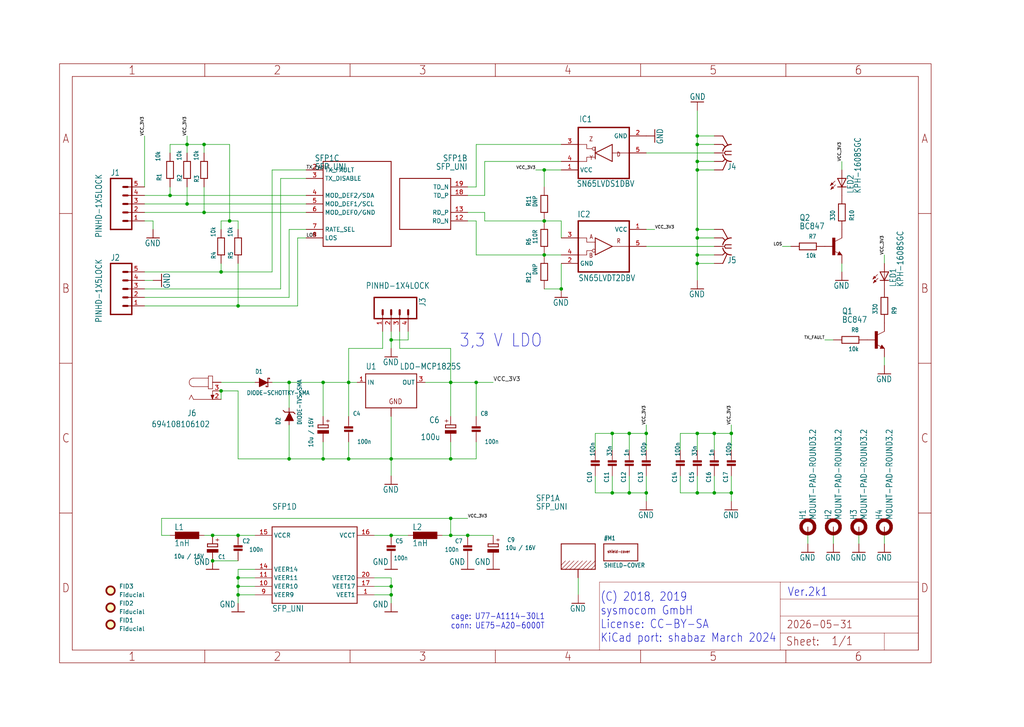
<source format=kicad_sch>
(kicad_sch (version 20231120) (generator "eeschema") (generator_version "8.0")
  (paper "User" 305.892 217.322)
  (lib_symbols
    (symbol "Mechanical:Fiducial"
      (property "Reference" "FID" (at 0 5.08 0))
      (property "Value" "Fiducial" (at 0 3.175 0))
    )
    (symbol "sfp-experimenter-eagle-import:-NPN-SOT23-BEC"
      (property "Reference" "T" (at -10.16 7.62 0))
      (symbol "-NPN-SOT23-BEC_1_0"
        (pin passive line (at -2.54 0 0) (length 2.54) (name "B") (number "B"))
        (pin passive line (at 2.54 5.08 270) (length 2.54) (name "C") (number "C"))
        (pin passive line (at 2.54 -5.08 90) (length 2.54) (name "E") (number "E"))
      )
    )
    (symbol "sfp-experimenter-eagle-import:694108106102"
      (property "Reference" "K" (at -10.16 2.54 0))
      (symbol "694108106102_1_0"
        (pin passive line (at 0 0 180) (length 2.54) (name "1") (number "1"))
        (pin passive line (at 0 0 180) (length 2.54) (name "1") (number "1-1"))
        (pin passive line (at 0 -5.08 180) (length 2.54) (name "2") (number "2"))
        (pin passive line (at 0 -2.54 180) (length 2.54) (name "3") (number "3"))
      )
    )
    (symbol "sfp-experimenter-eagle-import:A4L-LOC"
      (symbol "A4L-LOC_1_0"
        (text "${#}/${##}" (at 230.505 5.08 0) (effects (font (size 2.54 2.159)) (justify left bottom)))
        (text "${CURRENT_DATE}" (at 217.17 10.16 0) (effects (font (size 2.286 1.9431)) (justify left bottom)))
        (text "${PROJECTNAME}" (at 217.17 15.24 0) (effects (font (size 2.54 2.159)) (justify left bottom)))
        (text "1" (at 21.6958 1.905 0) (effects (font (size 2.54 2.286))))
        (text "1" (at 21.6958 177.165 0) (effects (font (size 2.54 2.286))))
        (text "2" (at 65.0875 1.905 0) (effects (font (size 2.54 2.286))))
        (text "2" (at 65.0875 177.165 0) (effects (font (size 2.54 2.286))))
        (text "3" (at 108.4792 1.905 0) (effects (font (size 2.54 2.286))))
        (text "3" (at 108.4792 177.165 0) (effects (font (size 2.54 2.286))))
        (text "4" (at 151.8708 1.905 0) (effects (font (size 2.54 2.286))))
        (text "4" (at 151.8708 177.165 0) (effects (font (size 2.54 2.286))))
        (text "5" (at 195.2625 1.905 0) (effects (font (size 2.54 2.286))))
        (text "5" (at 195.2625 177.165 0) (effects (font (size 2.54 2.286))))
        (text "6" (at 238.6542 1.905 0) (effects (font (size 2.54 2.286))))
        (text "6" (at 238.6542 177.165 0) (effects (font (size 2.54 2.286))))
        (text "A" (at 1.905 156.6863 0) (effects (font (size 2.54 2.286))))
        (text "A" (at 258.445 156.6863 0) (effects (font (size 2.54 2.286))))
        (text "B" (at 1.905 111.9188 0) (effects (font (size 2.54 2.286))))
        (text "B" (at 258.445 111.9188 0) (effects (font (size 2.54 2.286))))
        (text "C" (at 1.905 67.1513 0) (effects (font (size 2.54 2.286))))
        (text "C" (at 258.445 67.1513 0) (effects (font (size 2.54 2.286))))
        (text "D" (at 1.905 22.3838 0) (effects (font (size 2.54 2.286))))
        (text "D" (at 258.445 22.3838 0) (effects (font (size 2.54 2.286))))
        (text "Sheet:" (at 216.916 4.953 0) (effects (font (size 2.54 2.159)) (justify left bottom)))
      )
    )
    (symbol "sfp-experimenter-eagle-import:CAP_CERAMIC_0603"
      (property "Reference" "C" (at -1.524 2.54 0))
      (symbol "CAP_CERAMIC_0603_1_0"
        (pin passive line (at -2.54 0 0) (length 2.54) (name "1") (number "1"))
        (pin passive line (at 5.08 0 180) (length 2.54) (name "2") (number "2"))
      )
    )
    (symbol "sfp-experimenter-eagle-import:CPOL-EU-1206"
      (property "Reference" "C" (at 1.143 0.4826 0))
      (symbol "CPOL-EU-1206_1_0"
        (text "+" (at -0.5842 0.4064 900) (effects (font (size 1.27 1.0795)) (justify left bottom)))
        (pin passive line (at 0 2.54 270) (length 2.54) (name "+") (number "+"))
        (pin passive line (at 0 -5.08 90) (length 2.54) (name "-") (number "-"))
      )
    )
    (symbol "sfp-experimenter-eagle-import:CPOL-EUCT6032"
      (property "Reference" "C" (at 1.143 0.4826 0))
      (symbol "CPOL-EUCT6032_1_0"
        (text "+" (at -0.5842 0.4064 900) (effects (font (size 1.27 1.0795)) (justify left bottom)))
        (pin passive line (at 0 2.54 270) (length 2.54) (name "+") (number "+"))
        (pin passive line (at 0 -5.08 90) (length 2.54) (name "-") (number "-"))
      )
    )
    (symbol "sfp-experimenter-eagle-import:DIODE-SCHOTTKY-SMA"
      (property "Reference" "D" (at -2.54 2.54 0))
      (symbol "DIODE-SCHOTTKY-SMA_1_0"
        (pin passive line (at -2.54 0 0) (length 2.54) (name "A") (number "A"))
        (pin passive line (at 2.54 0 180) (length 2.54) (name "C") (number "C"))
      )
    )
    (symbol "sfp-experimenter-eagle-import:DIODE-TVS-SMA"
      (property "Reference" "D" (at -2.54 2.54 0))
      (symbol "DIODE-TVS-SMA_1_0"
        (pin passive line (at -2.54 0 0) (length 2.54) (name "A") (number "A"))
        (pin passive line (at 2.54 0 180) (length 2.54) (name "C") (number "C"))
      )
    )
    (symbol "sfp-experimenter-eagle-import:GND" (power)
      (property "Value" "GND" (at -2.54 -2.54 0))
      (symbol "GND_1_0"
        (pin power_in line (at 0 2.54 270) (length 2.54) (name "GND") (number "1"))
      )
    )
    (symbol "sfp-experimenter-eagle-import:L-EU_0603"
      (property "Reference" "L" (at -3.81 1.4986 0))
      (symbol "L-EU_0603_1_0"
        (pin passive line (at 5.08 0 180) (length 2.54) (name "1") (number "1"))
        (pin passive line (at -5.08 0 0) (length 2.54) (name "2") (number "2"))
      )
    )
    (symbol "sfp-experimenter-eagle-import:LDO-MCP1825S"
      (property "Reference" "U" (at -7.62 6.35 0))
      (symbol "LDO-MCP1825S_1_0"
        (text "GND" (at -0.762 -4.064 0) (effects (font (size 1.524 1.2954)) (justify left bottom)))
        (pin input line (at -10.16 2.54 0) (length 2.54) (name "IN") (number "1"))
        (pin power_in line (at 0 -7.62 90) (length 2.54) (name "GND") (number "2"))
        (pin passive line (at 10.16 2.54 180) (length 2.54) (name "OUT") (number "3"))
        (pin power_in line (at 0 -7.62 90) (length 2.54) (name "GND") (number "4"))
      )
    )
    (symbol "sfp-experimenter-eagle-import:LEDCHIP-LED0603"
      (property "Reference" "LED" (at 3.556 -4.572 90))
      (symbol "LEDCHIP-LED0603_1_0"
        (pin passive line (at 0 2.54 270) (length 2.54) (name "A") (number "A"))
        (pin passive line (at 0 -5.08 90) (length 2.54) (name "C") (number "C"))
      )
    )
    (symbol "sfp-experimenter-eagle-import:MOUNT-PAD-ROUND3.2"
      (property "Reference" "H" (at 2.794 0.5842 0))
      (symbol "MOUNT-PAD-ROUND3.2_1_0"
        (pin passive line (at -2.54 0 0) (length 2.54) (name "MOUNT") (number "B3,2"))
      )
    )
    (symbol "sfp-experimenter-eagle-import:PINHD-1X4LOCK"
      (property "Reference" "X" (at -2.54 8.382 0))
      (symbol "PINHD-1X4LOCK_1_0"
        (pin passive line (at 7.62 -2.54 180) (length 5.08) (name "1") (number "1"))
        (pin passive line (at 7.62 0 180) (length 5.08) (name "2") (number "2"))
        (pin passive line (at 7.62 2.54 180) (length 5.08) (name "3") (number "3"))
        (pin passive line (at 7.62 5.08 180) (length 5.08) (name "4") (number "4"))
      )
    )
    (symbol "sfp-experimenter-eagle-import:PINHD-1X5LOCK"
      (symbol "PINHD-1X5LOCK_1_0"
        (pin passive line (at 7.62 -2.54 180) (length 5.08) (name "1") (number "1"))
        (pin passive line (at 7.62 0 180) (length 5.08) (name "2") (number "2"))
        (pin passive line (at 7.62 2.54 180) (length 5.08) (name "3") (number "3"))
        (pin passive line (at 7.62 5.08 180) (length 5.08) (name "4") (number "4"))
        (pin passive line (at 7.62 7.62 180) (length 5.08) (name "5") (number "5"))
      )
    )
    (symbol "sfp-experimenter-eagle-import:RESISTOR_0402"
      (property "Reference" "R" (at -2.54 2.286 0))
      (symbol "RESISTOR_0402_1_0"
        (pin passive line (at -5.08 0 0) (length 2.54) (name "1") (number "1"))
        (pin passive line (at 5.08 0 180) (length 2.54) (name "2") (number "2"))
      )
    )
    (symbol "sfp-experimenter-eagle-import:RESISTOR_0603"
      (property "Reference" "R" (at -2.54 2.286 0))
      (symbol "RESISTOR_0603_1_0"
        (pin passive line (at -5.08 0 0) (length 2.54) (name "1") (number "1"))
        (pin passive line (at 5.08 0 180) (length 2.54) (name "2") (number "2"))
      )
    )
    (symbol "sfp-experimenter-eagle-import:SFP_UNI"
      (property "Reference" "SFP" (at -12.7 12.7 0))
      (symbol "SFP_UNI_1_0"
        (pin power_in line (at 0 -10.16 90) (length 2.54) (name "CAGE") (number "A1"))
        (pin power_in line (at 0 -10.16 90) (length 2.54) (name "CAGE") (number "A10"))
        (pin power_in line (at 0 -10.16 90) (length 2.54) (name "CAGE") (number "A11"))
        (pin power_in line (at 0 -10.16 90) (length 2.54) (name "CAGE") (number "A12"))
        (pin power_in line (at 0 -10.16 90) (length 2.54) (name "CAGE") (number "A2"))
        (pin power_in line (at 0 -10.16 90) (length 2.54) (name "CAGE") (number "A3"))
        (pin power_in line (at 0 -10.16 90) (length 2.54) (name "CAGE") (number "A4"))
        (pin power_in line (at 0 -10.16 90) (length 2.54) (name "CAGE") (number "A5"))
        (pin power_in line (at 0 -10.16 90) (length 2.54) (name "CAGE") (number "A6"))
        (pin power_in line (at 0 -10.16 90) (length 2.54) (name "CAGE") (number "A7"))
        (pin power_in line (at 0 -10.16 90) (length 2.54) (name "CAGE") (number "A8"))
        (pin power_in line (at 0 -10.16 90) (length 2.54) (name "CAGE") (number "B1"))
        (pin power_in line (at 0 -10.16 90) (length 2.54) (name "CAGE") (number "B10"))
        (pin power_in line (at 0 -10.16 90) (length 2.54) (name "CAGE") (number "B2"))
        (pin power_in line (at 0 -10.16 90) (length 2.54) (name "CAGE") (number "B3"))
        (pin power_in line (at 0 -10.16 90) (length 2.54) (name "CAGE") (number "B4"))
        (pin power_in line (at 0 -10.16 90) (length 2.54) (name "CAGE") (number "B5"))
        (pin power_in line (at 0 -10.16 90) (length 2.54) (name "CAGE") (number "B6"))
        (pin power_in line (at 0 -10.16 90) (length 2.54) (name "CAGE") (number "B7"))
        (pin power_in line (at 0 -10.16 90) (length 2.54) (name "CAGE") (number "B8"))
      )
      (symbol "SFP_UNI_2_0"
        (pin output line (at -12.7 -5.08 0) (length 5.08) (name "RD_N") (number "12"))
        (pin output line (at -12.7 -2.54 0) (length 5.08) (name "RD_P") (number "13"))
        (pin input line (at -12.7 2.54 0) (length 5.08) (name "TD_P") (number "18"))
        (pin input line (at -12.7 5.08 0) (length 5.08) (name "TD_N") (number "19"))
      )
      (symbol "SFP_UNI_3_0"
        (pin output line (at -15.24 10.16 0) (length 5.08) (name "TX_FAULT") (number "2"))
        (pin input line (at -15.24 7.62 0) (length 5.08) (name "TX_DISABLE") (number "3"))
        (pin bidirectional line (at -15.24 2.54 0) (length 5.08) (name "MOD_DEF2/SDA") (number "4"))
        (pin bidirectional line (at -15.24 0 0) (length 5.08) (name "MOD_DEF1/SCL") (number "5"))
        (pin passive line (at -15.24 -2.54 0) (length 5.08) (name "MOD_DEF0/GND") (number "6"))
        (pin input line (at -15.24 -7.62 0) (length 5.08) (name "RATE_SEL") (number "7"))
        (pin output line (at -15.24 -10.16 0) (length 5.08) (name "LOS") (number "8"))
      )
      (symbol "SFP_UNI_4_0"
        (pin power_in line (at 17.78 -12.7 180) (length 5.08) (name "VEET1") (number "1"))
        (pin power_in line (at -17.78 -10.16 0) (length 5.08) (name "VEER10") (number "10"))
        (pin power_in line (at -17.78 -7.62 0) (length 5.08) (name "VEER11") (number "11"))
        (pin power_in line (at -17.78 -5.08 0) (length 5.08) (name "VEER14") (number "14"))
        (pin power_in line (at -17.78 5.08 0) (length 5.08) (name "VCCR") (number "15"))
        (pin power_in line (at 17.78 5.08 180) (length 5.08) (name "VCCT") (number "16"))
        (pin power_in line (at 17.78 -10.16 180) (length 5.08) (name "VEET17") (number "17"))
        (pin power_in line (at 17.78 -7.62 180) (length 5.08) (name "VEET20") (number "20"))
        (pin power_in line (at -17.78 -12.7 0) (length 5.08) (name "VEER9") (number "9"))
      )
    )
    (symbol "sfp-experimenter-eagle-import:SHIELD-COVER"
      (property "Reference" "#M" (at -5.08 6.096 0))
      (symbol "SHIELD-COVER_1_0"
        (text "shield-cover" (at -4.064 2.286 0) (effects (font (size 0.8128 0.6908)) (justify left bottom)))
      )
    )
    (symbol "sfp-experimenter-eagle-import:SMA-F-S-EDGE"
      (property "Reference" "X" (at -1.27 5.08 0))
      (symbol "SMA-F-S-EDGE_1_0"
        (pin power_in line (at 2.54 5.08 180) (length 2.54) (name "GND@1") (number "BG1"))
        (pin power_in line (at 2.54 -5.08 180) (length 2.54) (name "GND@4") (number "BG2"))
        (pin passive line (at 2.54 0 180) (length 2.54) (name "1") (number "C"))
        (pin power_in line (at 2.54 2.54 180) (length 2.54) (name "GND@2") (number "TG1"))
        (pin power_in line (at 2.54 -2.54 180) (length 2.54) (name "GND@3") (number "TG2"))
      )
    )
    (symbol "sfp-experimenter-eagle-import:SN65LVDS1DBV"
      (property "Reference" "IC" (at -7.62 8.89 0))
      (symbol "SN65LVDS1DBV_1_0"
        (text "D" (at -5.08 1.143 0) (effects (font (size 1.27 1.0795)) (justify left bottom)))
        (text "Y" (at 3.175 2.159 0) (effects (font (size 1.27 1.0795)) (justify left bottom)))
        (text "Z" (at 3.175 -3.429 0) (effects (font (size 1.27 1.0795)) (justify left bottom)))
        (pin power_in line (at 12.7 5.08 180) (length 5.08) (name "VCC") (number "1"))
        (pin power_in line (at -12.7 -5.08 0) (length 5.08) (name "GND") (number "2"))
        (pin output line (at 12.7 -2.54 180) (length 5.08) (name "Z") (number "3"))
        (pin output line (at 12.7 2.54 180) (length 5.08) (name "Y") (number "4"))
        (pin input line (at -12.7 0 0) (length 5.08) (name "D") (number "5"))
      )
    )
    (symbol "sfp-experimenter-eagle-import:SN65LVDT2DBV"
      (property "Reference" "IC" (at -7.62 9.144 0))
      (symbol "SN65LVDT2DBV_1_0"
        (text "A" (at -3.175 2.159 0) (effects (font (size 1.27 1.0795)) (justify right bottom)))
        (text "B" (at -3.175 -3.429 0) (effects (font (size 1.27 1.0795)) (justify right bottom)))
        (text "R" (at 5.08 0.889 0) (effects (font (size 1.27 1.0795)) (justify right bottom)))
        (pin power_in line (at 12.7 5.08 180) (length 5.08) (name "VCC") (number "1"))
        (pin power_in line (at -12.7 -5.08 0) (length 5.08) (name "GND") (number "2"))
        (pin input line (at -12.7 2.54 0) (length 5.08) (name "A") (number "3"))
        (pin input line (at -12.7 -2.54 0) (length 5.08) (name "B") (number "4"))
        (pin output line (at 12.7 0 180) (length 5.08) (name "R") (number "5"))
      )
    )
    (symbol "sfp-experimenter-eagle-import:rc-sysmocom_RESISTOR_0603"
      (property "Reference" "R" (at -2.54 2.286 0))
      (symbol "rc-sysmocom_RESISTOR_0603_1_0"
        (pin passive line (at -5.08 0 0) (length 2.54) (name "1") (number "1"))
        (pin passive line (at 5.08 0 180) (length 2.54) (name "2") (number "2"))
      )
    )
  )
  (junction (at 66.04 116.84))
  (junction (at 86.36 114.3))
  (junction (at 60.96 43.18))
  (junction (at 116.84 160.02))
  (junction (at 68.58 66.04))
  (junction (at 63.5 160.02))
  (junction (at 208.28 71.12))
  (junction (at 213.36 129.54))
  (junction (at 139.7 160.02))
  (junction (at 63.5 167.64))
  (junction (at 104.14 114.3))
  (junction (at 162.56 76.2))
  (junction (at 162.56 66.04))
  (junction (at 208.28 78.74))
  (junction (at 208.28 129.54))
  (junction (at 66.04 81.28))
  (junction (at 193.04 129.54))
  (junction (at 208.28 43.18))
  (junction (at 208.28 40.64))
  (junction (at 71.12 172.72))
  (junction (at 116.84 101.6))
  (junction (at 193.04 147.32))
  (junction (at 218.44 147.32))
  (junction (at 55.88 43.18))
  (junction (at 208.28 147.32))
  (junction (at 208.28 76.2))
  (junction (at 96.52 114.3))
  (junction (at 104.14 137.16))
  (junction (at 71.12 160.02))
  (junction (at 86.36 137.16))
  (junction (at 142.24 114.3))
  (junction (at 71.12 91.44))
  (junction (at 50.8 58.42))
  (junction (at 162.56 50.8))
  (junction (at 134.62 137.16))
  (junction (at 71.12 177.8))
  (junction (at 182.88 147.32))
  (junction (at 208.28 50.8))
  (junction (at 167.64 86.36))
  (junction (at 208.28 68.58))
  (junction (at 218.44 129.54))
  (junction (at 116.84 177.8))
  (junction (at 116.84 137.16))
  (junction (at 96.52 137.16))
  (junction (at 134.62 114.3))
  (junction (at 116.84 175.26))
  (junction (at 55.88 60.96))
  (junction (at 71.12 175.26))
  (junction (at 134.62 154.94))
  (junction (at 134.62 160.02))
  (junction (at 187.96 147.32))
  (junction (at 60.96 63.5))
  (junction (at 187.96 129.54))
  (junction (at 182.88 129.54))
  (junction (at 208.28 48.26))
  (junction (at 213.36 147.32))
  (wire (pts (xy 144.78 63.5) (xy 139.7 63.5)) (stroke (width 0.1524)))
  (wire (pts (xy 71.12 177.8) (xy 76.2 177.8)) (stroke (width 0.1524)))
  (wire (pts (xy 177.8 129.54) (xy 182.88 129.54)) (stroke (width 0.1524)))
  (wire (pts (xy 177.8 147.32) (xy 182.88 147.32)) (stroke (width 0.1524)))
  (wire (pts (xy 182.88 142.24) (xy 182.88 147.32)) (stroke (width 0.1524)))
  (wire (pts (xy 139.7 58.42) (xy 144.78 58.42)) (stroke (width 0.1524)))
  (wire (pts (xy 213.36 147.32) (xy 218.44 147.32)) (stroke (width 0.1524)))
  (wire (pts (xy 114.3 99.06) (xy 114.3 104.14)) (stroke (width 0.1524)))
  (wire (pts (xy 162.56 66.04) (xy 144.78 66.04)) (stroke (width 0.1524)))
  (wire (pts (xy 208.28 40.64) (xy 208.28 43.18)) (stroke (width 0.1524)))
  (wire (pts (xy 193.04 129.54) (xy 193.04 127)) (stroke (width 0.1524)))
  (wire (pts (xy 182.88 147.32) (xy 187.96 147.32)) (stroke (width 0.1524)))
  (wire (pts (xy 162.56 76.2) (xy 167.64 76.2)) (stroke (width 0.1524)))
  (wire (pts (xy 213.36 68.58) (xy 208.28 68.58)) (stroke (width 0.1524)))
  (wire (pts (xy 134.62 160.02) (xy 132.08 160.02)) (stroke (width 0.1524)))
  (wire (pts (xy 91.44 68.58) (xy 86.36 68.58)) (stroke (width 0.1524)))
  (wire (pts (xy 66.04 116.84) (xy 66.04 119.38)) (stroke (width 0.1524)))
  (wire (pts (xy 96.52 137.16) (xy 86.36 137.16)) (stroke (width 0.1524)))
  (wire (pts (xy 208.28 142.24) (xy 208.28 147.32)) (stroke (width 0.1524)))
  (wire (pts (xy 144.78 58.42) (xy 144.78 48.26)) (stroke (width 0.1524)))
  (wire (pts (xy 208.28 33.02) (xy 208.28 40.64)) (stroke (width 0.1524)))
  (wire (pts (xy 218.44 129.54) (xy 218.44 134.62)) (stroke (width 0.1524)))
  (wire (pts (xy 96.52 124.46) (xy 96.52 114.3)) (stroke (width 0.1524)))
  (wire (pts (xy 119.38 99.06) (xy 119.38 104.14)) (stroke (width 0.1524)))
  (wire (pts (xy 96.52 132.08) (xy 96.52 137.16)) (stroke (width 0.1524)))
  (wire (pts (xy 116.84 180.34) (xy 116.84 177.8)) (stroke (width 0.1524)))
  (wire (pts (xy 134.62 124.46) (xy 134.62 114.3)) (stroke (width 0.1524)))
  (wire (pts (xy 76.2 172.72) (xy 71.12 172.72)) (stroke (width 0.1524)))
  (wire (pts (xy 50.8 43.18) (xy 55.88 43.18)) (stroke (width 0.1524)))
  (wire (pts (xy 104.14 114.3) (xy 96.52 114.3)) (stroke (width 0.1524)))
  (wire (pts (xy 76.2 160.02) (xy 71.12 160.02)) (stroke (width 0.1524)))
  (wire (pts (xy 71.12 167.64) (xy 63.5 167.64)) (stroke (width 0.1524)))
  (wire (pts (xy 187.96 147.32) (xy 193.04 147.32)) (stroke (width 0.1524)))
  (wire (pts (xy 264.16 162.56) (xy 264.16 160.02)) (stroke (width 0.1524)))
  (wire (pts (xy 203.2 129.54) (xy 208.28 129.54)) (stroke (width 0.1524)))
  (wire (pts (xy 116.84 99.06) (xy 116.84 101.6)) (stroke (width 0.1524)))
  (wire (pts (xy 71.12 137.16) (xy 71.12 116.84)) (stroke (width 0.1524)))
  (wire (pts (xy 203.2 134.62) (xy 203.2 129.54)) (stroke (width 0.1524)))
  (wire (pts (xy 66.04 66.04) (xy 68.58 66.04)) (stroke (width 0.1524)))
  (wire (pts (xy 203.2 147.32) (xy 208.28 147.32)) (stroke (width 0.1524)))
  (wire (pts (xy 142.24 137.16) (xy 134.62 137.16)) (stroke (width 0.1524)))
  (wire (pts (xy 134.62 154.94) (xy 134.62 160.02)) (stroke (width 0.1524)))
  (wire (pts (xy 142.24 66.04) (xy 142.24 76.2)) (stroke (width 0.1524)))
  (wire (pts (xy 187.96 134.62) (xy 187.96 129.54)) (stroke (width 0.1524)))
  (wire (pts (xy 142.24 114.3) (xy 147.32 114.3)) (stroke (width 0.1524)))
  (wire (pts (xy 236.22 73.66) (xy 233.68 73.66)) (stroke (width 0.1524)))
  (wire (pts (xy 60.96 55.88) (xy 60.96 63.5)) (stroke (width 0.1524)))
  (wire (pts (xy 162.56 86.36) (xy 167.64 86.36)) (stroke (width 0.1524)))
  (wire (pts (xy 83.82 86.36) (xy 43.18 86.36)) (stroke (width 0.1524)))
  (wire (pts (xy 88.9 71.12) (xy 88.9 91.44)) (stroke (width 0.1524)))
  (wire (pts (xy 121.92 99.06) (xy 121.92 101.6)) (stroke (width 0.1524)))
  (wire (pts (xy 91.44 63.5) (xy 60.96 63.5)) (stroke (width 0.1524)))
  (wire (pts (xy 144.78 48.26) (xy 167.64 48.26)) (stroke (width 0.1524)))
  (wire (pts (xy 127 114.3) (xy 134.62 114.3)) (stroke (width 0.1524)))
  (wire (pts (xy 71.12 137.16) (xy 86.36 137.16)) (stroke (width 0.1524)))
  (wire (pts (xy 193.04 68.58) (xy 195.58 68.58)) (stroke (width 0.1524)))
  (wire (pts (xy 71.12 91.44) (xy 43.18 91.44)) (stroke (width 0.1524)))
  (wire (pts (xy 86.36 88.9) (xy 43.18 88.9)) (stroke (width 0.1524)))
  (wire (pts (xy 45.72 83.82) (xy 43.18 83.82)) (stroke (width 0.1524)))
  (wire (pts (xy 251.46 81.28) (xy 251.46 78.74)) (stroke (width 0.1524)))
  (wire (pts (xy 60.96 43.18) (xy 55.88 43.18)) (stroke (width 0.1524)))
  (wire (pts (xy 114.3 104.14) (xy 104.14 104.14)) (stroke (width 0.1524)))
  (wire (pts (xy 86.36 68.58) (xy 86.36 88.9)) (stroke (width 0.1524)))
  (wire (pts (xy 55.88 55.88) (xy 55.88 60.96)) (stroke (width 0.1524)))
  (wire (pts (xy 208.28 78.74) (xy 208.28 83.82)) (stroke (width 0.1524)))
  (wire (pts (xy 81.28 50.8) (xy 81.28 81.28)) (stroke (width 0.1524)))
  (wire (pts (xy 55.88 43.18) (xy 55.88 45.72)) (stroke (width 0.1524)))
  (wire (pts (xy 96.52 137.16) (xy 104.14 137.16)) (stroke (width 0.1524)))
  (wire (pts (xy 45.72 66.04) (xy 45.72 68.58)) (stroke (width 0.1524)))
  (wire (pts (xy 187.96 142.24) (xy 187.96 147.32)) (stroke (width 0.1524)))
  (wire (pts (xy 48.26 160.02) (xy 48.26 154.94)) (stroke (width 0.1524)))
  (wire (pts (xy 66.04 81.28) (xy 43.18 81.28)) (stroke (width 0.1524)))
  (wire (pts (xy 86.36 137.16) (xy 86.36 127)) (stroke (width 0.1524)))
  (wire (pts (xy 134.62 137.16) (xy 116.84 137.16)) (stroke (width 0.1524)))
  (wire (pts (xy 213.36 76.2) (xy 208.28 76.2)) (stroke (width 0.1524)))
  (wire (pts (xy 203.2 142.24) (xy 203.2 147.32)) (stroke (width 0.1524)))
  (wire (pts (xy 208.28 48.26) (xy 208.28 50.8)) (stroke (width 0.1524)))
  (wire (pts (xy 104.14 132.08) (xy 104.14 137.16)) (stroke (width 0.1524)))
  (wire (pts (xy 83.82 53.34) (xy 83.82 86.36)) (stroke (width 0.1524)))
  (wire (pts (xy 251.46 50.8) (xy 251.46 48.26)) (stroke (width 0.1524)))
  (wire (pts (xy 248.92 101.6) (xy 246.38 101.6)) (stroke (width 0.1524)))
  (wire (pts (xy 142.24 124.46) (xy 142.24 114.3)) (stroke (width 0.1524)))
  (wire (pts (xy 116.84 177.8) (xy 111.76 177.8)) (stroke (width 0.1524)))
  (wire (pts (xy 218.44 149.86) (xy 218.44 147.32)) (stroke (width 0.1524)))
  (wire (pts (xy 91.44 53.34) (xy 83.82 53.34)) (stroke (width 0.1524)))
  (wire (pts (xy 76.2 170.18) (xy 71.12 170.18)) (stroke (width 0.1524)))
  (wire (pts (xy 193.04 147.32) (xy 193.04 142.24)) (stroke (width 0.1524)))
  (wire (pts (xy 208.28 68.58) (xy 208.28 71.12)) (stroke (width 0.1524)))
  (wire (pts (xy 55.88 43.18) (xy 55.88 40.64)) (stroke (width 0.1524)))
  (wire (pts (xy 43.18 55.88) (xy 43.18 40.64)) (stroke (width 0.1524)))
  (wire (pts (xy 218.44 147.32) (xy 218.44 142.24)) (stroke (width 0.1524)))
  (wire (pts (xy 91.44 58.42) (xy 50.8 58.42)) (stroke (width 0.1524)))
  (wire (pts (xy 96.52 114.3) (xy 86.36 114.3)) (stroke (width 0.1524)))
  (wire (pts (xy 193.04 73.66) (xy 213.36 73.66)) (stroke (width 0.1524)))
  (wire (pts (xy 193.04 45.72) (xy 213.36 45.72)) (stroke (width 0.1524)))
  (wire (pts (xy 241.3 162.56) (xy 241.3 160.02)) (stroke (width 0.1524)))
  (wire (pts (xy 119.38 104.14) (xy 134.62 104.14)) (stroke (width 0.1524)))
  (wire (pts (xy 50.8 58.42) (xy 43.18 58.42)) (stroke (width 0.1524)))
  (wire (pts (xy 147.32 160.02) (xy 139.7 160.02)) (stroke (width 0.1524)))
  (wire (pts (xy 76.2 114.3) (xy 66.04 114.3)) (stroke (width 0.1524)))
  (wire (pts (xy 218.44 129.54) (xy 218.44 127)) (stroke (width 0.1524)))
  (wire (pts (xy 71.12 160.02) (xy 63.5 160.02)) (stroke (width 0.1524)))
  (wire (pts (xy 264.16 109.22) (xy 264.16 106.68)) (stroke (width 0.1524)))
  (wire (pts (xy 172.72 177.8) (xy 172.72 172.72)) (stroke (width 0.1524)))
  (wire (pts (xy 71.12 180.34) (xy 71.12 177.8)) (stroke (width 0.1524)))
  (wire (pts (xy 116.84 142.24) (xy 116.84 137.16)) (stroke (width 0.1524)))
  (wire (pts (xy 81.28 81.28) (xy 66.04 81.28)) (stroke (width 0.1524)))
  (wire (pts (xy 43.18 66.04) (xy 45.72 66.04)) (stroke (width 0.1524)))
  (wire (pts (xy 111.76 172.72) (xy 116.84 172.72)) (stroke (width 0.1524)))
  (wire (pts (xy 91.44 60.96) (xy 55.88 60.96)) (stroke (width 0.1524)))
  (wire (pts (xy 121.92 160.02) (xy 116.84 160.02)) (stroke (width 0.1524)))
  (wire (pts (xy 264.16 78.74) (xy 264.16 76.2)) (stroke (width 0.1524)))
  (wire (pts (xy 68.58 66.04) (xy 68.58 43.18)) (stroke (width 0.1524)))
  (wire (pts (xy 71.12 172.72) (xy 71.12 175.26)) (stroke (width 0.1524)))
  (wire (pts (xy 142.24 43.18) (xy 142.24 55.88)) (stroke (width 0.1524)))
  (wire (pts (xy 167.64 66.04) (xy 162.56 66.04)) (stroke (width 0.1524)))
  (wire (pts (xy 60.96 63.5) (xy 43.18 63.5)) (stroke (width 0.1524)))
  (wire (pts (xy 116.84 175.26) (xy 116.84 177.8)) (stroke (width 0.1524)))
  (wire (pts (xy 76.2 175.26) (xy 71.12 175.26)) (stroke (width 0.1524)))
  (wire (pts (xy 213.36 50.8) (xy 208.28 50.8)) (stroke (width 0.1524)))
  (wire (pts (xy 106.68 114.3) (xy 104.14 114.3)) (stroke (width 0.1524)))
  (wire (pts (xy 208.28 50.8) (xy 208.28 68.58)) (stroke (width 0.1524)))
  (wire (pts (xy 193.04 149.86) (xy 193.04 147.32)) (stroke (width 0.1524)))
  (wire (pts (xy 167.64 43.18) (xy 142.24 43.18)) (stroke (width 0.1524)))
  (wire (pts (xy 134.62 104.14) (xy 134.62 114.3)) (stroke (width 0.1524)))
  (wire (pts (xy 256.54 162.56) (xy 256.54 160.02)) (stroke (width 0.1524)))
  (wire (pts (xy 60.96 160.02) (xy 63.5 160.02)) (stroke (width 0.1524)))
  (wire (pts (xy 208.28 43.18) (xy 208.28 48.26)) (stroke (width 0.1524)))
  (wire (pts (xy 208.28 129.54) (xy 213.36 129.54)) (stroke (width 0.1524)))
  (wire (pts (xy 134.62 160.02) (xy 139.7 160.02)) (stroke (width 0.1524)))
  (wire (pts (xy 116.84 137.16) (xy 116.84 124.46)) (stroke (width 0.1524)))
  (wire (pts (xy 139.7 66.04) (xy 142.24 66.04)) (stroke (width 0.1524)))
  (wire (pts (xy 208.28 147.32) (xy 213.36 147.32)) (stroke (width 0.1524)))
  (wire (pts (xy 187.96 129.54) (xy 193.04 129.54)) (stroke (width 0.1524)))
  (wire (pts (xy 121.92 101.6) (xy 116.84 101.6)) (stroke (width 0.1524)))
  (wire (pts (xy 86.36 121.92) (xy 86.36 114.3)) (stroke (width 0.1524)))
  (wire (pts (xy 213.36 142.24) (xy 213.36 147.32)) (stroke (width 0.1524)))
  (wire (pts (xy 104.14 124.46) (xy 104.14 114.3)) (stroke (width 0.1524)))
  (wire (pts (xy 50.8 55.88) (xy 50.8 58.42)) (stroke (width 0.1524)))
  (wire (pts (xy 134.62 154.94) (xy 139.7 154.94)) (stroke (width 0.1524)))
  (wire (pts (xy 116.84 101.6) (xy 116.84 104.14)) (stroke (width 0.1524)))
  (wire (pts (xy 208.28 71.12) (xy 208.28 76.2)) (stroke (width 0.1524)))
  (wire (pts (xy 116.84 172.72) (xy 116.84 175.26)) (stroke (width 0.1524)))
  (wire (pts (xy 104.14 104.14) (xy 104.14 114.3)) (stroke (width 0.1524)))
  (wire (pts (xy 50.8 160.02) (xy 48.26 160.02)) (stroke (width 0.1524)))
  (wire (pts (xy 213.36 48.26) (xy 208.28 48.26)) (stroke (width 0.1524)))
  (wire (pts (xy 182.88 134.62) (xy 182.88 129.54)) (stroke (width 0.1524)))
  (wire (pts (xy 71.12 116.84) (xy 66.04 116.84)) (stroke (width 0.1524)))
  (wire (pts (xy 134.62 114.3) (xy 142.24 114.3)) (stroke (width 0.1524)))
  (wire (pts (xy 111.76 160.02) (xy 116.84 160.02)) (stroke (width 0.1524)))
  (wire (pts (xy 91.44 50.8) (xy 81.28 50.8)) (stroke (width 0.1524)))
  (wire (pts (xy 213.36 71.12) (xy 208.28 71.12)) (stroke (width 0.1524)))
  (wire (pts (xy 167.64 50.8) (xy 162.56 50.8)) (stroke (width 0.1524)))
  (wire (pts (xy 134.62 132.08) (xy 134.62 137.16)) (stroke (width 0.1524)))
  (wire (pts (xy 68.58 66.04) (xy 71.12 66.04)) (stroke (width 0.1524)))
  (wire (pts (xy 55.88 60.96) (xy 43.18 60.96)) (stroke (width 0.1524)))
  (wire (pts (xy 162.56 55.88) (xy 162.56 50.8)) (stroke (width 0.1524)))
  (wire (pts (xy 182.88 129.54) (xy 187.96 129.54)) (stroke (width 0.1524)))
  (wire (pts (xy 111.76 175.26) (xy 116.84 175.26)) (stroke (width 0.1524)))
  (wire (pts (xy 213.36 134.62) (xy 213.36 129.54)) (stroke (width 0.1524)))
  (wire (pts (xy 88.9 91.44) (xy 71.12 91.44)) (stroke (width 0.1524)))
  (wire (pts (xy 213.36 129.54) (xy 218.44 129.54)) (stroke (width 0.1524)))
  (wire (pts (xy 177.8 134.62) (xy 177.8 129.54)) (stroke (width 0.1524)))
  (wire (pts (xy 208.28 134.62) (xy 208.28 129.54)) (stroke (width 0.1524)))
  (wire (pts (xy 66.04 68.58) (xy 66.04 66.04)) (stroke (width 0.1524)))
  (wire (pts (xy 86.36 114.3) (xy 81.28 114.3)) (stroke (width 0.1524)))
  (wire (pts (xy 71.12 170.18) (xy 71.12 172.72)) (stroke (width 0.1524)))
  (wire (pts (xy 162.56 50.8) (xy 160.02 50.8)) (stroke (width 0.1524)))
  (wire (pts (xy 213.36 78.74) (xy 208.28 78.74)) (stroke (width 0.1524)))
  (wire (pts (xy 208.28 76.2) (xy 208.28 78.74)) (stroke (width 0.1524)))
  (wire (pts (xy 104.14 137.16) (xy 116.84 137.16)) (stroke (width 0.1524)))
  (wire (pts (xy 167.64 71.12) (xy 167.64 66.04)) (stroke (width 0.1524)))
  (wire (pts (xy 193.04 129.54) (xy 193.04 134.62)) (stroke (width 0.1524)))
  (wire (pts (xy 167.64 86.36) (xy 167.64 78.74)) (stroke (width 0.1524)))
  (wire (pts (xy 91.44 71.12) (xy 88.9 71.12)) (stroke (width 0.1524)))
  (wire (pts (xy 71.12 66.04) (xy 71.12 68.58)) (stroke (width 0.1524)))
  (wire (pts (xy 142.24 76.2) (xy 162.56 76.2)) (stroke (width 0.1524)))
  (wire (pts (xy 71.12 78.74) (xy 71.12 91.44)) (stroke (width 0.1524)))
  (wire (pts (xy 71.12 175.26) (xy 71.12 177.8)) (stroke (width 0.1524)))
  (wire (pts (xy 144.78 66.04) (xy 144.78 63.5)) (stroke (width 0.1524)))
  (wire (pts (xy 213.36 43.18) (xy 208.28 43.18)) (stroke (width 0.1524)))
  (wire (pts (xy 142.24 132.08) (xy 142.24 137.16)) (stroke (width 0.1524)))
  (wire (pts (xy 213.36 40.64) (xy 208.28 40.64)) (stroke (width 0.1524)))
  (wire (pts (xy 177.8 142.24) (xy 177.8 147.32)) (stroke (width 0.1524)))
  (wire (pts (xy 48.26 154.94) (xy 134.62 154.94)) (stroke (width 0.1524)))
  (wire (pts (xy 66.04 78.74) (xy 66.04 81.28)) (stroke (width 0.1524)))
  (wire (pts (xy 60.96 45.72) (xy 60.96 43.18)) (stroke (width 0.1524)))
  (wire (pts (xy 68.58 43.18) (xy 60.96 43.18)) (stroke (width 0.1524)))
  (wire (pts (xy 248.92 162.56) (xy 248.92 160.02)) (stroke (width 0.1524)))
  (wire (pts (xy 50.8 45.72) (xy 50.8 43.18)) (stroke (width 0.1524)))
  (wire (pts (xy 139.7 55.88) (xy 142.24 55.88)) (stroke (width 0.1524)))
  (text "conn: UE75-A20-6000T" (at 134.62 188.214 0) (effects (font (size 1.778 1.5113)) (justify left bottom)))
  (text "cage: U77-A1114-30L1" (at 134.62 185.42 0) (effects (font (size 1.778 1.5113)) (justify left bottom)))
  (text "3,3 V LDO" (at 137.16 104.14 0) (effects (font (size 3.81 3.2385)) (justify left bottom)))
  (text "Ver.2k1" (at 235.204 178.562 0) (effects (font (size 2.54 2.159)) (justify left bottom)))
  (text "(C) 2018, 2019\nsysmocom GmbH\nLicense: CC-BY-SA\nKiCad port: shabaz March 2024" (at 179.324 192.278 0) (effects (font (size 2.54 2.159)) (justify left bottom)))
  (label "VCC_3V3" (at 139.7 154.94 0) (effects (font (size 0.889 0.889))))
  (label "LOS" (at 233.68 73.66 180) (effects (font (size 0.889 0.889))))
  (label "VCC_3V3" (at 147.32 114.3 0) (effects (font (size 1.2446 1.2446))))
  (label "VCC_3V3" (at 251.46 48.26 90) (effects (font (size 0.889 0.889))))
  (label "TX_FAULT" (at 91.44 50.8 0) (effects (font (size 1.016 1.016))))
  (label "VCC_3V3" (at 195.58 68.58 0) (effects (font (size 0.889 0.889))))
  (label "VCC_3V3" (at 218.44 127 90) (effects (font (size 0.889 0.889))))
  (label "VCC_3V3" (at 193.04 127 90) (effects (font (size 0.889 0.889))))
  (label "VCC_3V3" (at 264.16 76.2 90) (effects (font (size 0.889 0.889))))
  (label "TX_FAULT" (at 246.38 101.6 180) (effects (font (size 0.889 0.889))))
  (label "VCC_3V3" (at 55.88 40.64 90) (effects (font (size 0.889 0.889))))
  (label "VCC_3V3" (at 160.02 50.8 180) (effects (font (size 0.889 0.889))))
  (label "VCC_3V3" (at 43.18 40.64 90) (effects (font (size 0.889 0.889))))
  (label "LOS" (at 91.44 71.12 0) (effects (font (size 1.016 1.016))))
  (symbol (lib_id "sfp-experimenter-eagle-import:GND") (at 116.84 170.18 0) (unit 1)
    (property "Reference" "#GND07" (effects (hide yes)))
    (property "Value" "GND" (at 111.252 168.91 0) (effects (font (size 1.778 1.5113)) (justify left bottom)))
  )
  (symbol (lib_id "sfp-experimenter-eagle-import:GND") (at 71.12 182.88 0) (unit 1)
    (property "Reference" "#GND016" (effects (hide yes)))
    (property "Value" "GND" (at 65.532 181.61 0) (effects (font (size 1.778 1.5113)) (justify left bottom)))
  )
  (symbol (lib_id "sfp-experimenter-eagle-import:CAP_CERAMIC_0603") (at 213.36 137.16 90) (mirror x) (unit 1)
    (property "Reference" "C16" (at 212.344 140.97 0) (effects (font (size 1.27 1.0795)) (justify left bottom)))
    (property "Value" "1n" (at 211.836 136.398 0) (effects (font (size 1.27 1.0795)) (justify right top)))
    (property "Footprint" "sfp-experimenter:_0603" (effects (hide yes)))
    (property "CLASS" "CAPACITOR" (effects (hide yes)))
    (property "DATASHEET" "https://www.yageo.com/upload/media/product/productsearch/datasheet/mlcc/UPY-GPHC_X7R_6.3V-to-50V_18.pdf" (effects (hide yes)))
    (property "DESCRIPTION" "CAP CER 1000PF 50V X7R 0603" (effects (hide yes)))
    (property "LINK" "https://www.digikey.com/product-detail/en/yageo/CC0603KRX7R9BB102/311-1080-1-ND/302990" (effects (hide yes)))
    (property "MANUFACTURER" "Yageo" (effects (hide yes)))
    (property "MANUFACTURERPARTNUMBER" "CC0603KRX7R9BB102" (effects (hide yes)))
    (property "POPULATED" "TRUE" (effects (hide yes)))
    (property "ROHSCERTIFICATE" "ROHS3 Compliant" (effects (hide yes)))
    (property "SOURCE" "DIGIKEY" (effects (hide yes)))
    (property "SOURCEPARTNUMBER" "311-1080-1-ND" (effects (hide yes)))
  )
  (symbol (lib_id "sfp-experimenter-eagle-import:L-EU_0603") (at 55.88 160.02 0) (unit 1)
    (property "Reference" "L1" (at 52.07 158.5214 0) (effects (font (size 1.778 1.5113)) (justify left bottom)))
    (property "Value" "1nH" (at 52.07 163.322 0) (effects (font (size 1.778 1.5113)) (justify left bottom)))
    (property "Footprint" "sfp-experimenter:0603" (effects (hide yes)))
    (property "CLASS" "INDUCTOR" (effects (hide yes)))
    (property "DATASHEET" "https://abracon.com/Magnetics/new/AIMC-0603.pdf" (effects (hide yes)))
    (property "DESCRIPTION" "FIXED IND 1NH 500MA 50 MOHM SMD" (effects (hide yes)))
    (property "LINK" "https://www.digikey.com/product-detail/en/abracon-llc/AIMC-0603-1N0S-T/535-11529-1-ND/2782759" (effects (hide yes)))
    (property "MANUFACTURER" "Abracon LLC" (effects (hide yes)))
    (property "MANUFACTURERPARTNUMBER" "AIMC-0603-1N0S-T" (effects (hide yes)))
    (property "POPULATED" "TRUE" (effects (hide yes)))
    (property "ROHSCERTIFICATE" "RoHS Compliant" (effects (hide yes)))
    (property "SOURCE" "DIGIKEY" (effects (hide yes)))
    (property "SOURCEPARTNUMBER" "535-11529-1-ND" (effects (hide yes)))
  )
  (symbol (lib_id "Mechanical:Fiducial") (at 33.02 186.69 0) (unit 1)
    (property "Reference" "FID1" (at 35.56 185.4199 0) (effects (justify left)))
    (property "Value" "Fiducial" (at 35.56 187.9599 0) (effects (justify left)))
    (property "Footprint" "Fiducial:Fiducial_1mm_Mask3mm" (effects (hide yes)))
    (property "Description" "Fiducial Marker" (effects (hide yes)))
  )
  (symbol (lib_id "Mechanical:Fiducial") (at 33.02 176.53 0) (unit 1)
    (property "Reference" "FID3" (at 35.56 175.2599 0) (effects (justify left)))
    (property "Value" "Fiducial" (at 35.56 177.7999 0) (effects (justify left)))
    (property "Footprint" "Fiducial:Fiducial_1mm_Mask3mm" (effects (hide yes)))
    (property "Description" "Fiducial Marker" (effects (hide yes)))
  )
  (symbol (lib_id "sfp-experimenter-eagle-import:GND") (at 251.46 83.82 0) (unit 1)
    (property "Reference" "#GND021" (effects (hide yes)))
    (property "Value" "GND" (at 248.92 86.36 0) (effects (font (size 1.778 1.5113)) (justify left bottom)))
  )
  (symbol (lib_id "sfp-experimenter-eagle-import:CAP_CERAMIC_0603") (at 203.2 137.16 90) (mirror x) (unit 1)
    (property "Reference" "C14" (at 202.184 140.97 0) (effects (font (size 1.27 1.0795)) (justify left bottom)))
    (property "Value" "100n" (at 201.676 136.398 0) (effects (font (size 1.27 1.0795)) (justify right top)))
    (property "Footprint" "sfp-experimenter:_0603" (effects (hide yes)))
    (property "CLASS" "CAPACITOR" (effects (hide yes)))
    (property "DATASHEET" "http://www.samsungsem.com/kr/support/product-search/mlcc/CL10B104KO8NNNC.jsp" (effects (hide yes)))
    (property "DESCRIPTION" "CAP CER 0.1UF 16V X7R 0603" (effects (hide yes)))
    (property "LINK" "https://www.digikey.com/product-detail/en/samsung-electro-mechanics/CL10B104KO8NNNC/1276-1005-1-ND/3889091" (effects (hide yes)))
    (property "MANUFACTURER" "Samsung Electro-Mechanics" (effects (hide yes)))
    (property "MANUFACTURERPARTNUMBER" "CL10B104KO8NNNC" (effects (hide yes)))
    (property "POPULATED" "TRUE" (effects (hide yes)))
    (property "ROHSCERTIFICATE" "ROHS3 Compliant" (effects (hide yes)))
    (property "SOURCE" "DIGIKEY" (effects (hide yes)))
    (property "SOURCEPARTNUMBER" "1276-1005-1-ND" (effects (hide yes)))
  )
  (symbol (lib_id "sfp-experimenter-eagle-import:CPOL-EU-1206") (at 96.52 127 0) (mirror y) (unit 1)
    (property "Reference" "C3" (effects (hide yes)))
    (property "Value" "10u / 16V" (at 92.1766 133.731 90) (effects (font (size 1.27 1.0795)) (justify left bottom)))
    (property "Footprint" "sfp-experimenter:CPOL1206" (effects (hide yes)))
    (property "CLASS" "CAPACITOR" (effects (hide yes)))
    (property "DATASHEET" "https://www.samsungsem.com/kr/support/product-search/mlcc/CL31A106KOHNNNE.jsp" (effects (hide yes)))
    (property "DESCRIPTION" "CAP CER 10UF 16V X5R 1206" (effects (hide yes)))
    (property "LINK" "https://www.digikey.com/en/products/detail/samsung-electro-mechanics/CL31A106KOHNNNE/3886795" (effects (hide yes)))
    (property "MANUFACTURER" "Samsung Electro-Mechanics" (effects (hide yes)))
    (property "MANUFACTURERPARTNUMBER" "CL31A106KOHNNNE" (effects (hide yes)))
    (property "POPULATED" "TRUE" (effects (hide yes)))
    (property "ROHSCERTIFICATE" "ROHS3 Compliant" (effects (hide yes)))
    (property "SOURCE" "DIGIKEY" (effects (hide yes)))
    (property "SOURCEPARTNUMBER" "1276-1137-1-ND" (effects (hide yes)))
  )
  (symbol (lib_id "sfp-experimenter-eagle-import:SFP_UNI") (at 106.68 60.96 0) (unit 3)
    (property "Reference" "SFP1" (at 93.98 48.26 0) (effects (font (size 1.778 1.5113)) (justify left bottom)))
    (property "Value" "SFP_UNI" (at 93.98 50.8 0) (effects (font (size 1.778 1.5113)) (justify left bottom)))
    (property "Footprint" "sfp-experimenter:SFP_COMBINED" (effects (hide yes)))
    (property "CLASS" "SFP" (effects (hide yes)))
    (property "DATASHEET" "https://media.digikey.com/pdf/Data%20Sheets/Amphenol%20PDFs/Ux75-A20-x00xx.pdf" (effects (hide yes)))
    (property "DESCRIPTION" "CONN SFP RCPT 20POS SLD R/A SMD" (effects (hide yes)))
    (property "LINK" "https://www.digikey.com/product-detail/en/amphenol-icc-commercial-products/UE75-A20-6000T/UE75-A20-6000TCT-ND/1242798" (effects (hide yes)))
    (property "MANUFACTURER" "Amphenol ICC (Commercial Products)" (effects (hide yes)))
    (property "MANUFACTURERPARTNUMBER" "UE75-A20-6000T" (effects (hide yes)))
    (property "POPULATED" "TRUE" (effects (hide yes)))
    (property "ROHSCERTIFICATE" "RoHS Compliant" (effects (hide yes)))
    (property "SOURCE" "DIGIKEY" (effects (hide yes)))
    (property "SOURCEPARTNUMBER" "UE75-A20-6000TCT-ND" (effects (hide yes)))
  )
  (symbol (lib_id "sfp-experimenter-eagle-import:MOUNT-PAD-ROUND3.2") (at 248.92 157.48 90) (unit 1)
    (property "Reference" "H2" (at 248.3358 155.448 0) (effects (font (size 1.778 1.5113)) (justify left bottom)))
    (property "Value" "MOUNT-PAD-ROUND3.2" (at 251.3838 155.448 0) (effects (font (size 1.778 1.5113)) (justify left bottom)))
    (property "Footprint" "sfp-experimenter:3,2-PAD" (effects (hide yes)))
    (property "CLASS" "HOLE" (effects (hide yes)))
    (property "DESCRIPTION" "NO DESCRIPTION" (effects (hide yes)))
    (property "LINK" "UNKNOWN LINK" (effects (hide yes)))
    (property "MANUFACTURER" "UNKNOWN MANUFACTURER" (effects (hide yes)))
    (property "MANUFACTURERPARTNUMBER" "UNKNOWN MANUFACTURER PART NUMBER" (effects (hide yes)))
    (property "POPULATED" "FALSE" (effects (hide yes)))
    (property "ROHSCERTIFICATE" "UNKNOWN ROHS CERTIFICATE" (effects (hide yes)))
    (property "SOURCE" "UNKNOWN SOURCE" (effects (hide yes)))
    (property "SOURCEPARTNUMBER" "UNKNOWN SOURCE PART NUMBER" (effects (hide yes)))
  )
  (symbol (lib_id "sfp-experimenter-eagle-import:GND") (at 256.54 165.1 0) (unit 1)
    (property "Reference" "#GND03" (effects (hide yes)))
    (property "Value" "GND" (at 254 167.64 0) (effects (font (size 1.778 1.5113)) (justify left bottom)))
  )
  (symbol (lib_id "Mechanical:Fiducial") (at 33.02 181.61 0) (unit 1)
    (property "Reference" "FID2" (at 35.56 180.3399 0) (effects (justify left)))
    (property "Value" "Fiducial" (at 35.56 182.8799 0) (effects (justify left)))
    (property "Footprint" "Fiducial:Fiducial_1mm_Mask3mm" (effects (hide yes)))
    (property "Description" "Fiducial Marker" (effects (hide yes)))
  )
  (symbol (lib_id "sfp-experimenter-eagle-import:LDO-MCP1825S") (at 116.84 116.84 0) (unit 1)
    (property "Reference" "U1" (at 109.22 110.49 0) (effects (font (size 1.778 1.5113)) (justify left bottom)))
    (property "Value" "LDO-MCP1825S" (at 119.38 110.49 0) (effects (font (size 1.778 1.5113)) (justify left bottom)))
    (property "Footprint" "sfp-experimenter:SOT223" (effects (hide yes)))
    (property "CLASS" "IC" (effects (hide yes)))
    (property "DATASHEET" "https://ww1.microchip.com/downloads/en/DeviceDoc/22056b.pdf" (effects (hide yes)))
    (property "DESCRIPTION" "IC REG LIN 3.3V 500MA SOT223-3" (effects (hide yes)))
    (property "LINK" "https://www.digikey.com/en/products/detail/microchip-technology/MCP1825ST-3302E-DB/1635518" (effects (hide yes)))
    (property "MANUFACTURER" "Microchip Technology" (effects (hide yes)))
    (property "MANUFACTURERPARTNUMBER" "MCP1825ST-3302E/DB" (effects (hide yes)))
    (property "POPULATED" "TRUE" (effects (hide yes)))
    (property "ROHSCERTIFICATE" "ROHS3 Compliant" (effects (hide yes)))
    (property "SOURCE" "DIGIKEY" (effects (hide yes)))
    (property "SOURCEPARTNUMBER" "MCP1825ST-3302E/DBCT-ND" (effects (hide yes)))
  )
  (symbol (lib_id "sfp-experimenter-eagle-import:RESISTOR_0603") (at 71.12 73.66 90) (unit 1)
    (property "Reference" "R5" (at 69.596 77.47 0) (effects (font (size 1.27 1.0795)) (justify left bottom)))
    (property "Value" "10k" (at 69.469 70.866 0) (effects (font (size 1.27 1.0795)) (justify left bottom)))
    (property "Footprint" "sfp-experimenter:_0603" (effects (hide yes)))
    (property "CLASS" "RESISTOR" (effects (hide yes)))
    (property "DATASHEET" "https://www.yageo.com/upload/media/product/productsearch/datasheet/rchip/PYu-RC_Group_51_RoHS_L_12.pdf" (effects (hide yes)))
    (property "DESCRIPTION" "RES 10K OHM 1% 1/10W 0603" (effects (hide yes)))
    (property "LINK" "https://www.digikey.com/en/products/detail/yageo/RC0603FR-0710KL/726880" (effects (hide yes)))
    (property "MANUFACTURER" "YAGEO" (effects (hide yes)))
    (property "MANUFACTURERPARTNUMBER" "RC0603FR-0710KL" (effects (hide yes)))
    (property "POPULATED" "TRUE" (effects (hide yes)))
    (property "ROHSCERTIFICATE" "ROHS3 Compliant" (effects (hide yes)))
    (property "SOURCE" "DIGIKEY" (effects (hide yes)))
    (property "SOURCEPARTNUMBER" "311-10.0KHRCT-ND" (effects (hide yes)))
  )
  (symbol (lib_id "sfp-experimenter-eagle-import:rc-sysmocom_RESISTOR_0603") (at 251.46 63.5 270) (mirror x) (unit 1)
    (property "Reference" "R10" (at 253.746 66.04 0) (effects (font (size 1.27 1.0795)) (justify left bottom)))
    (property "Value" "330" (at 248.031 66.04 0) (effects (font (size 1.27 1.0795)) (justify left bottom)))
    (property "Footprint" "sfp-experimenter:_0603" (effects (hide yes)))
    (property "CLASS" "RESISTOR" (effects (hide yes)))
    (property "DATASHEET" "https://industrial.panasonic.com/ww/products/resistors/chip-resistors/general-purpose-chip-resistors/models/ERJ3GEYJ331V" (effects (hide yes)))
    (property "DESCRIPTION" "RES SMD 330 OHM 5% 1/10W 0603" (effects (hide yes)))
    (property "LINK" "https://www.digikey.com/product-detail/en/panasonic-electronic-components/ERJ-3GEYJ331V/P330GCT-ND/134778" (effects (hide yes)))
    (property "MANUFACTURER" "Panasonic Electronic Components" (effects (hide yes)))
    (property "MANUFACTURERPARTNUMBER" "ERJ-3GEYJ331V" (effects (hide yes)))
    (property "POPULATED" "TRUE" (effects (hide yes)))
    (property "ROHSCERTIFICATE" "ROHS3 Compliant" (effects (hide yes)))
    (property "SOURCE" "DIGIKEY" (effects (hide yes)))
    (property "SOURCEPARTNUMBER" "P330GCT-ND" (effects (hide yes)))
  )
  (symbol (lib_id "sfp-experimenter-eagle-import:GND") (at 139.7 170.18 0) (unit 1)
    (property "Reference" "#GND09" (effects (hide yes)))
    (property "Value" "GND" (at 134.112 168.91 0) (effects (font (size 1.778 1.5113)) (justify left bottom)))
  )
  (symbol (lib_id "sfp-experimenter-eagle-import:CAP_CERAMIC_0603") (at 116.84 162.56 90) (mirror x) (unit 1)
    (property "Reference" "C5" (at 118.11 161.036 90) (effects (font (size 1.27 1.0795)) (justify right top)))
    (property "Value" "100n" (at 117.602 166.116 90) (effects (font (size 1.27 1.0795)) (justify right top)))
    (property "Footprint" "sfp-experimenter:_0603" (effects (hide yes)))
    (property "CLASS" "CAPACITOR" (effects (hide yes)))
    (property "DATASHEET" "http://www.samsungsem.com/kr/support/product-search/mlcc/CL10B104KO8NNNC.jsp" (effects (hide yes)))
    (property "DESCRIPTION" "CAP CER 0.1UF 16V X7R 0603" (effects (hide yes)))
    (property "LINK" "https://www.digikey.com/product-detail/en/samsung-electro-mechanics/CL10B104KO8NNNC/1276-1005-1-ND/3889091" (effects (hide yes)))
    (property "MANUFACTURER" "Samsung Electro-Mechanics" (effects (hide yes)))
    (property "MANUFACTURERPARTNUMBER" "CL10B104KO8NNNC" (effects (hide yes)))
    (property "POPULATED" "TRUE" (effects (hide yes)))
    (property "ROHSCERTIFICATE" "ROHS3 Compliant" (effects (hide yes)))
    (property "SOURCE" "DIGIKEY" (effects (hide yes)))
    (property "SOURCEPARTNUMBER" "1276-1005-1-ND" (effects (hide yes)))
  )
  (symbol (lib_id "sfp-experimenter-eagle-import:GND") (at 167.64 88.9 0) (unit 1)
    (property "Reference" "#GND013" (effects (hide yes)))
    (property "Value" "GND" (at 165.1 91.44 0) (effects (font (size 1.778 1.5113)) (justify left bottom)))
  )
  (symbol (lib_id "sfp-experimenter-eagle-import:SMA-F-S-EDGE") (at 215.9 73.66 180) (unit 1)
    (property "Reference" "J5" (at 217.17 78.74 0) (effects (font (size 1.778 1.5113)) (justify right top)))
    (property "Value" "SMA-F-S-EDGE" (effects (hide yes)))
    (property "Footprint" "sfp-experimenter:SMA-F-S-EDGE" (effects (hide yes)))
    (property "CLASS" "CONNECTOR" (effects (hide yes)))
    (property "DESCRIPTION" "NO DESCRIPTION" (effects (hide yes)))
    (property "LINK" "UNKNOWN LINK" (effects (hide yes)))
    (property "MANUFACTURER" "UNKNOWN MANUFACTURER" (effects (hide yes)))
    (property "MANUFACTURERPARTNUMBER" "UNKNOWN MANUFACTURER PART NUMBER" (effects (hide yes)))
    (property "POPULATED" "TRUE" (effects (hide yes)))
    (property "ROHSCERTIFICATE" "UNKNOWN ROHS CERTIFICATE" (effects (hide yes)))
    (property "SOURCE" "UNKNOWN SOURCE" (effects (hide yes)))
    (property "SOURCEPARTNUMBER" "UNKNOWN SOURCE PART NUMBER" (effects (hide yes)))
  )
  (symbol (lib_id "sfp-experimenter-eagle-import:rc-sysmocom_RESISTOR_0603") (at 241.3 73.66 0) (mirror y) (unit 1)
    (property "Reference" "R7" (at 243.84 71.374 0) (effects (font (size 1.27 1.0795)) (justify left bottom)))
    (property "Value" "10k" (at 243.84 77.089 0) (effects (font (size 1.27 1.0795)) (justify left bottom)))
    (property "Footprint" "sfp-experimenter:_0603" (effects (hide yes)))
    (property "CLASS" "RESISTOR" (effects (hide yes)))
    (property "DATASHEET" "https://www.yageo.com/upload/media/product/productsearch/datasheet/rchip/PYu-RC_Group_51_RoHS_L_12.pdf" (effects (hide yes)))
    (property "DESCRIPTION" "RES 10K OHM 1% 1/10W 0603" (effects (hide yes)))
    (property "LINK" "https://www.digikey.com/en/products/detail/yageo/RC0603FR-0710KL/726880" (effects (hide yes)))
    (property "MANUFACTURER" "YAGEO" (effects (hide yes)))
    (property "MANUFACTURERPARTNUMBER" "RC0603FR-0710KL" (effects (hide yes)))
    (property "POPULATED" "TRUE" (effects (hide yes)))
    (property "ROHSCERTIFICATE" "ROHS3 Compliant" (effects (hide yes)))
    (property "SOURCE" "DIGIKEY" (effects (hide yes)))
    (property "SOURCEPARTNUMBER" "311-10.0KHRCT-ND" (effects (hide yes)))
  )
  (symbol (lib_id "sfp-experimenter-eagle-import:GND") (at 264.16 111.76 0) (unit 1)
    (property "Reference" "#GND020" (effects (hide yes)))
    (property "Value" "GND" (at 261.62 114.3 0) (effects (font (size 1.778 1.5113)) (justify left bottom)))
  )
  (symbol (lib_id "sfp-experimenter-eagle-import:SFP_UNI") (at 127 60.96 0) (mirror y) (unit 2)
    (property "Reference" "SFP1" (at 139.7 48.26 0) (effects (font (size 1.778 1.5113)) (justify left bottom)))
    (property "Value" "SFP_UNI" (at 139.7 50.8 0) (effects (font (size 1.778 1.5113)) (justify left bottom)))
    (property "Footprint" "sfp-experimenter:SFP_COMBINED" (effects (hide yes)))
    (property "CLASS" "SFP" (effects (hide yes)))
    (property "DATASHEET" "https://media.digikey.com/pdf/Data%20Sheets/Amphenol%20PDFs/Ux75-A20-x00xx.pdf" (effects (hide yes)))
    (property "DESCRIPTION" "CONN SFP RCPT 20POS SLD R/A SMD" (effects (hide yes)))
    (property "LINK" "https://www.digikey.com/product-detail/en/amphenol-icc-commercial-products/UE75-A20-6000T/UE75-A20-6000TCT-ND/1242798" (effects (hide yes)))
    (property "MANUFACTURER" "Amphenol ICC (Commercial Products)" (effects (hide yes)))
    (property "MANUFACTURERPARTNUMBER" "UE75-A20-6000T" (effects (hide yes)))
    (property "POPULATED" "TRUE" (effects (hide yes)))
    (property "ROHSCERTIFICATE" "RoHS Compliant" (effects (hide yes)))
    (property "SOURCE" "DIGIKEY" (effects (hide yes)))
    (property "SOURCEPARTNUMBER" "UE75-A20-6000TCT-ND" (effects (hide yes)))
  )
  (symbol (lib_id "sfp-experimenter-eagle-import:SN65LVDS1DBV") (at 180.34 45.72 180) (unit 1)
    (property "Reference" "IC1" (at 172.974 36.576 0) (effects (font (size 1.778 1.5113)) (justify right top)))
    (property "Value" "SN65LVDS1DBV" (at 172.212 55.88 0) (effects (font (size 1.778 1.5113)) (justify right top)))
    (property "Footprint" "sfp-experimenter:SOT23-5" (effects (hide yes)))
    (property "CLASS" "IC" (effects (hide yes)))
    (property "DATASHEET" "http://www.ti.com/general/docs/suppproductinfo.tsp?distId=10&gotoUrl=http%3A%2F%2Fwww.ti.com%2Flit%2Fgpn%2Fsn65lvds1" (effects (hide yes)))
    (property "DESCRIPTION" "IC DRIVER 1/0 SOT23-5" (effects (hide yes)))
    (property "LINK" "https://www.digikey.com/product-detail/en/texas-instruments/SN65LVDS1DBVR/296-6919-1-ND/371647" (effects (hide yes)))
    (property "MANUFACTURER" "Texas Instruments" (effects (hide yes)))
    (property "MANUFACTURERPARTNUMBER" "SN65LVDS1DBVR" (effects (hide yes)))
    (property "POPULATED" "TRUE" (effects (hide yes)))
    (property "ROHSCERTIFICATE" "ROHS3 Compliant" (effects (hide yes)))
    (property "SOURCE" "DIGIKEY" (effects (hide yes)))
    (property "SOURCEPARTNUMBER" "296-6919-1-ND" (effects (hide yes)))
  )
  (symbol (lib_id "sfp-experimenter-eagle-import:CAP_CERAMIC_0603") (at 177.8 137.16 90) (mirror x) (unit 1)
    (property "Reference" "C10" (at 176.784 140.97 0) (effects (font (size 1.27 1.0795)) (justify left bottom)))
    (property "Value" "100n" (at 176.276 136.398 0) (effects (font (size 1.27 1.0795)) (justify right top)))
    (property "Footprint" "sfp-experimenter:_0603" (effects (hide yes)))
    (property "CLASS" "CAPACITOR" (effects (hide yes)))
    (property "DATASHEET" "http://www.samsungsem.com/kr/support/product-search/mlcc/CL10B104KO8NNNC.jsp" (effects (hide yes)))
    (property "DESCRIPTION" "CAP CER 0.1UF 16V X7R 0603" (effects (hide yes)))
    (property "LINK" "https://www.digikey.com/product-detail/en/samsung-electro-mechanics/CL10B104KO8NNNC/1276-1005-1-ND/3889091" (effects (hide yes)))
    (property "MANUFACTURER" "Samsung Electro-Mechanics" (effects (hide yes)))
    (property "MANUFACTURERPARTNUMBER" "CL10B104KO8NNNC" (effects (hide yes)))
    (property "POPULATED" "TRUE" (effects (hide yes)))
    (property "ROHSCERTIFICATE" "ROHS3 Compliant" (effects (hide yes)))
    (property "SOURCE" "DIGIKEY" (effects (hide yes)))
    (property "SOURCEPARTNUMBER" "1276-1005-1-ND" (effects (hide yes)))
  )
  (symbol (lib_id "sfp-experimenter-eagle-import:GND") (at 116.84 106.68 0) (unit 1)
    (property "Reference" "#GND011" (effects (hide yes)))
    (property "Value" "GND" (at 114.3 109.22 0) (effects (font (size 1.778 1.5113)) (justify left bottom)))
  )
  (symbol (lib_id "sfp-experimenter-eagle-import:694108106102") (at 66.04 114.3 0) (unit 1)
    (property "Reference" "J6" (at 55.88 124.46 0) (effects (font (size 1.778 1.5113)) (justify left bottom)))
    (property "Value" "694108106102" (at 45.212 127.762 0) (effects (font (size 1.778 1.5113)) (justify left bottom)))
    (property "Footprint" "sfp-experimenter:694108106102" (effects (hide yes)))
    (property "CLASS" "CONNECTOR\\JUMPER" (effects (hide yes)))
    (property "DATASHEET" "https://www.cuidevices.com/product/resource/pj-002bh-smt-tr.pdf" (effects (hide yes)))
    (property "DESCRIPTION" "CONN PWR JACK 2.5X5.5MM SOLDER" (effects (hide yes)))
    (property "LINK" "https://www.digikey.com/product-detail/en/cui-devices/PJ-002BH-SMT-TR/CP-002BHPJCT-ND/669694" (effects (hide yes)))
    (property "MANUFACTURER" "CUI Devices" (effects (hide yes)))
    (property "MANUFACTURERPARTNUMBER" "PJ-002BH-SMT-TR" (effects (hide yes)))
    (property "POPULATED" "TRUE" (effects (hide yes)))
    (property "ROHSCERTIFICATE" "RoHS Compliant" (effects (hide yes)))
    (property "SOURCE" "DIGIKEY" (effects (hide yes)))
    (property "SOURCEPARTNUMBER" "CP-002BHPJCT-ND" (effects (hide yes)))
  )
  (symbol (lib_id "sfp-experimenter-eagle-import:PINHD-1X5LOCK") (at 35.56 63.5 0) (unit 1)
    (property "Reference" "J1" (at 33.02 52.578 0) (effects (font (size 1.778 1.5113)) (justify left bottom)))
    (property "Value" "PINHD-1X5LOCK" (at 30.48 71.12 90) (effects (font (size 1.778 1.5113)) (justify left bottom)))
    (property "Footprint" "sfp-experimenter:1X05_LOCK" (effects (hide yes)))
    (property "CLASS" "CONNECTOR" (effects (hide yes)))
    (property "DESCRIPTION" "NO DESCRIPTION" (effects (hide yes)))
    (property "LINK" "UNKNOWN LINK" (effects (hide yes)))
    (property "MANUFACTURER" "UNKNOWN MANUFACTURER" (effects (hide yes)))
    (property "MANUFACTURERPARTNUMBER" "UNKNOWN MANUFACTURER PART NUMBER" (effects (hide yes)))
    (property "POPULATED" "TRUE" (effects (hide yes)))
    (property "ROHSCERTIFICATE" "UNKNOWN ROHS CERTIFICATE" (effects (hide yes)))
    (property "SOURCE" "UNKNOWN SOURCE" (effects (hide yes)))
    (property "SOURCEPARTNUMBER" "UNKNOWN SOURCE PART NUMBER" (effects (hide yes)))
  )
  (symbol (lib_id "sfp-experimenter-eagle-import:CAP_CERAMIC_0603") (at 193.04 137.16 90) (mirror x) (unit 1)
    (property "Reference" "C13" (at 192.024 140.97 0) (effects (font (size 1.27 1.0795)) (justify left bottom)))
    (property "Value" "100p" (at 191.516 136.398 0) (effects (font (size 1.27 1.0795)) (justify right top)))
    (property "Footprint" "sfp-experimenter:_0603" (effects (hide yes)))
    (property "CLASS" "CAPACITOR" (effects (hide yes)))
    (property "DATASHEET" "https://www.yageo.com/upload/media/product/productsearch/datasheet/mlcc/UPY-GP_NP0_16V-to-50V_18.pdf" (effects (hide yes)))
    (property "DESCRIPTION" "CAP CER 100PF 50V C0G/NPO 0603" (effects (hide yes)))
    (property "LINK" "https://www.digikey.com/product-detail/en/yageo/CC0603JRNPO9BN101/311-1069-1-ND/302979" (effects (hide yes)))
    (property "MANUFACTURER" "Yageo" (effects (hide yes)))
    (property "MANUFACTURERPARTNUMBER" "CC0603JRNPO9BN101" (effects (hide yes)))
    (property "POPULATED" "TRUE" (effects (hide yes)))
    (property "ROHSCERTIFICATE" "ROHS3 Compliant" (effects (hide yes)))
    (property "SOURCE" "DIGIKEY" (effects (hide yes)))
    (property "SOURCEPARTNUMBER" "311-1069-1-ND" (effects (hide yes)))
  )
  (symbol (lib_id "sfp-experimenter-eagle-import:CPOL-EU-1206") (at 147.32 162.56 0) (mirror y) (unit 1)
    (property "Reference" "C9" (at 153.797 162.0774 0) (effects (font (size 1.27 1.0795)) (justify left bottom)))
    (property "Value" "10u / 16V" (at 151.003 163.0426 0) (effects (font (size 1.27 1.0795)) (justify right top)))
    (property "Footprint" "sfp-experimenter:CPOL1206" (effects (hide yes)))
    (property "CLASS" "CAPACITOR" (effects (hide yes)))
    (property "DATASHEET" "https://www.samsungsem.com/kr/support/product-search/mlcc/CL31A106KOHNNNE.jsp" (effects (hide yes)))
    (property "DESCRIPTION" "CAP CER 10UF 16V X5R 1206" (effects (hide yes)))
    (property "LINK" "https://www.digikey.com/en/products/detail/samsung-electro-mechanics/CL31A106KOHNNNE/3886795" (effects (hide yes)))
    (property "MANUFACTURER" "Samsung Electro-Mechanics" (effects (hide yes)))
    (property "MANUFACTURERPARTNUMBER" "CL31A106KOHNNNE" (effects (hide yes)))
    (property "POPULATED" "TRUE" (effects (hide yes)))
    (property "ROHSCERTIFICATE" "ROHS3 Compliant" (effects (hide yes)))
    (property "SOURCE" "DIGIKEY" (effects (hide yes)))
    (property "SOURCEPARTNUMBER" "1276-1137-1-ND" (effects (hide yes)))
  )
  (symbol (lib_id "sfp-experimenter-eagle-import:rc-sysmocom_RESISTOR_0603") (at 254 101.6 0) (mirror y) (unit 1)
    (property "Reference" "R8" (at 256.54 99.314 0) (effects (font (size 1.27 1.0795)) (justify left bottom)))
    (property "Value" "10k" (at 256.54 105.029 0) (effects (font (size 1.27 1.0795)) (justify left bottom)))
    (property "Footprint" "sfp-experimenter:_0603" (effects (hide yes)))
    (property "CLASS" "RESISTOR" (effects (hide yes)))
    (property "DATASHEET" "https://www.yageo.com/upload/media/product/productsearch/datasheet/rchip/PYu-RC_Group_51_RoHS_L_12.pdf" (effects (hide yes)))
    (property "DESCRIPTION" "RES 10K OHM 1% 1/10W 0603" (effects (hide yes)))
    (property "LINK" "https://www.digikey.com/en/products/detail/yageo/RC0603FR-0710KL/726880" (effects (hide yes)))
    (property "MANUFACTURER" "YAGEO" (effects (hide yes)))
    (property "MANUFACTURERPARTNUMBER" "RC0603FR-0710KL" (effects (hide yes)))
    (property "POPULATED" "TRUE" (effects (hide yes)))
    (property "ROHSCERTIFICATE" "ROHS3 Compliant" (effects (hide yes)))
    (property "SOURCE" "DIGIKEY" (effects (hide yes)))
    (property "SOURCEPARTNUMBER" "311-10.0KHRCT-ND" (effects (hide yes)))
  )
  (symbol (lib_id "sfp-experimenter-eagle-import:SFP_UNI") (at 172.72 162.56 0) (unit 1)
    (property "Reference" "SFP1" (at 160.02 149.86 0) (effects (font (size 1.778 1.5113)) (justify left bottom)))
    (property "Value" "SFP_UNI" (at 160.02 152.4 0) (effects (font (size 1.778 1.5113)) (justify left bottom)))
    (property "Footprint" "sfp-experimenter:SFP_COMBINED" (effects (hide yes)))
    (property "CLASS" "SFP" (effects (hide yes)))
    (property "DATASHEET" "https://media.digikey.com/pdf/Data%20Sheets/Amphenol%20PDFs/Ux75-A20-x00xx.pdf" (effects (hide yes)))
    (property "DESCRIPTION" "CONN SFP RCPT 20POS SLD R/A SMD" (effects (hide yes)))
    (property "LINK" "https://www.digikey.com/product-detail/en/amphenol-icc-commercial-products/UE75-A20-6000T/UE75-A20-6000TCT-ND/1242798" (effects (hide yes)))
    (property "MANUFACTURER" "Amphenol ICC (Commercial Products)" (effects (hide yes)))
    (property "MANUFACTURERPARTNUMBER" "UE75-A20-6000T" (effects (hide yes)))
    (property "POPULATED" "TRUE" (effects (hide yes)))
    (property "ROHSCERTIFICATE" "RoHS Compliant" (effects (hide yes)))
    (property "SOURCE" "DIGIKEY" (effects (hide yes)))
    (property "SOURCEPARTNUMBER" "UE75-A20-6000TCT-ND" (effects (hide yes)))
  )
  (symbol (lib_id "sfp-experimenter-eagle-import:LEDCHIP-LED0603") (at 251.46 53.34 0) (unit 1)
    (property "Reference" "LED2" (at 255.016 57.912 90) (effects (font (size 1.778 1.5113)) (justify left bottom)))
    (property "Value" "KPH-1608SGC" (at 257.175 57.912 90) (effects (font (size 1.778 1.5113)) (justify left bottom)))
    (property "Footprint" "sfp-experimenter:CHIP-LED0603" (effects (hide yes)))
    (property "CLASS" "LED" (effects (hide yes)))
    (property "DESCRIPTION" "NO DESCRIPTION" (effects (hide yes)))
    (property "LINK" "UNKNOWN LINK" (effects (hide yes)))
    (property "MANUFACTURER" "UNKNOWN MANUFACTURER" (effects (hide yes)))
    (property "MANUFACTURERPARTNUMBER" "UNKNOWN MANUFACTURER PART NUMBER" (effects (hide yes)))
    (property "POPULATED" "TRUE" (effects (hide yes)))
    (property "ROHSCERTIFICATE" "UNKNOWN ROHS CERTIFICATE" (effects (hide yes)))
    (property "SOURCE" "UNKNOWN SOURCE" (effects (hide yes)))
    (property "SOURCEPARTNUMBER" "UNKNOWN SOURCE PART NUMBER" (effects (hide yes)))
  )
  (symbol (lib_id "sfp-experimenter-eagle-import:CAP_CERAMIC_0603") (at 71.12 162.56 90) (mirror x) (unit 1)
    (property "Reference" "C2" (at 72.39 161.036 90) (effects (font (size 1.27 1.0795)) (justify right top)))
    (property "Value" "100n" (at 74.422 163.576 90) (effects (font (size 1.27 1.0795)) (justify right top)))
    (property "Footprint" "sfp-experimenter:_0603" (effects (hide yes)))
    (property "CLASS" "CAPACITOR" (effects (hide yes)))
    (property "DATASHEET" "http://www.samsungsem.com/kr/support/product-search/mlcc/CL10B104KO8NNNC.jsp" (effects (hide yes)))
    (property "DESCRIPTION" "CAP CER 0.1UF 16V X7R 0603" (effects (hide yes)))
    (property "LINK" "https://www.digikey.com/product-detail/en/samsung-electro-mechanics/CL10B104KO8NNNC/1276-1005-1-ND/3889091" (effects (hide yes)))
    (property "MANUFACTURER" "Samsung Electro-Mechanics" (effects (hide yes)))
    (property "MANUFACTURERPARTNUMBER" "CL10B104KO8NNNC" (effects (hide yes)))
    (property "POPULATED" "TRUE" (effects (hide yes)))
    (property "ROHSCERTIFICATE" "ROHS3 Compliant" (effects (hide yes)))
    (property "SOURCE" "DIGIKEY" (effects (hide yes)))
    (property "SOURCEPARTNUMBER" "1276-1005-1-ND" (effects (hide yes)))
  )
  (symbol (lib_id "sfp-experimenter-eagle-import:SN65LVDT2DBV") (at 180.34 73.66 0) (unit 1)
    (property "Reference" "IC2" (at 172.466 65.024 0) (effects (font (size 1.778 1.5113)) (justify left bottom)))
    (property "Value" "SN65LVDT2DBV" (at 172.72 84.074 0) (effects (font (size 1.778 1.5113)) (justify left bottom)))
    (property "Footprint" "sfp-experimenter:SOT23-5" (effects (hide yes)))
    (property "CLASS" "IC" (effects (hide yes)))
    (property "DATASHEET" "https://www.diodes.com/assets/Datasheets/PI90LV02.pdf" (effects (hide yes)))
    (property "DESCRIPTION" "IC RECEIVER 0/1 SOT23-5" (effects (hide yes)))
    (property "LINK" "https://www.digikey.com/en/products/detail/diodes-incorporated/PI90LV02TEX/1142813" (effects (hide yes)))
    (property "MANUFACTURER" "Diodes Incorporated" (effects (hide yes)))
    (property "MANUFACTURERPARTNUMBER" "PI90LV02TEX" (effects (hide yes)))
    (property "POPULATED" "TRUE" (effects (hide yes)))
    (property "ROHSCERTIFICATE" "ROHS3 Compliant" (effects (hide yes)))
    (property "SOURCE" "DIGIKEY" (effects (hide yes)))
    (property "SOURCEPARTNUMBER" "PI90LV02TEXCT-ND" (effects (hide yes)))
  )
  (symbol (lib_id "sfp-experimenter-eagle-import:rc-sysmocom_RESISTOR_0603") (at 264.16 91.44 270) (mirror x) (unit 1)
    (property "Reference" "R9" (at 266.446 93.98 0) (effects (font (size 1.27 1.0795)) (justify left bottom)))
    (property "Value" "330" (at 260.731 93.98 0) (effects (font (size 1.27 1.0795)) (justify left bottom)))
    (property "Footprint" "sfp-experimenter:_0603" (effects (hide yes)))
    (property "CLASS" "RESISTOR" (effects (hide yes)))
    (property "DATASHEET" "https://industrial.panasonic.com/ww/products/resistors/chip-resistors/general-purpose-chip-resistors/models/ERJ3GEYJ331V" (effects (hide yes)))
    (property "DESCRIPTION" "RES SMD 330 OHM 5% 1/10W 0603" (effects (hide yes)))
    (property "LINK" "https://www.digikey.com/product-detail/en/panasonic-electronic-components/ERJ-3GEYJ331V/P330GCT-ND/134778" (effects (hide yes)))
    (property "MANUFACTURER" "Panasonic Electronic Components" (effects (hide yes)))
    (property "MANUFACTURERPARTNUMBER" "ERJ-3GEYJ331V" (effects (hide yes)))
    (property "POPULATED" "TRUE" (effects (hide yes)))
    (property "ROHSCERTIFICATE" "ROHS3 Compliant" (effects (hide yes)))
    (property "SOURCE" "DIGIKEY" (effects (hide yes)))
    (property "SOURCEPARTNUMBER" "P330GCT-ND" (effects (hide yes)))
  )
  (symbol (lib_id "sfp-experimenter-eagle-import:GND") (at 45.72 71.12 0) (unit 1)
    (property "Reference" "#GND014" (effects (hide yes)))
    (property "Value" "GND" (at 43.18 73.66 0) (effects (font (size 1.778 1.5113)) (justify left bottom)))
  )
  (symbol (lib_id "sfp-experimenter-eagle-import:RESISTOR_0402") (at 162.56 71.12 270) (unit 1)
    (property "Reference" "R6" (at 157.226 71.12 0) (effects (font (size 1.27 1.0795)) (justify left bottom)))
    (property "Value" "110R" (at 159.131 68.58 0) (effects (font (size 1.27 1.0795)) (justify left bottom)))
    (property "Footprint" "sfp-experimenter:_0402" (effects (hide yes)))
    (property "CLASS" "RESISTOR" (effects (hide yes)))
    (property "DATASHEET" "https://www.yageo.com/upload/media/product/productsearch/datasheet/rchip/PYu-RC_Group_51_RoHS_L_12.pdf" (effects (hide yes)))
    (property "DESCRIPTION" "RES 110 OHM 1% 1/10W 0603" (effects (hide yes)))
    (property "LINK" "https://www.digikey.com/en/products/detail/yageo/RC0603FR-13110RL/14286378" (effects (hide yes)))
    (property "MANUFACTURER" "YAGEO" (effects (hide yes)))
    (property "MANUFACTURERPARTNUMBER" "RC0603FR-13110RL" (effects (hide yes)))
    (property "POPULATED" "TRUE" (effects (hide yes)))
    (property "ROHSCERTIFICATE" "ROHS3 Compliant" (effects (hide yes)))
    (property "SOURCE" "DIGIKEY" (effects (hide yes)))
    (property "SOURCEPARTNUMBER" "13-RC0603FR-13110RLCT-ND" (effects (hide yes)))
  )
  (symbol (lib_id "sfp-experimenter-eagle-import:CAP_CERAMIC_0603") (at 208.28 137.16 90) (mirror x) (unit 1)
    (property "Reference" "C15" (at 207.264 140.97 0) (effects (font (size 1.27 1.0795)) (justify left bottom)))
    (property "Value" "33n" (at 206.756 136.398 0) (effects (font (size 1.27 1.0795)) (justify right top)))
    (property "Footprint" "sfp-experimenter:_0603" (effects (hide yes)))
    (property "CLASS" "CAPACITOR" (effects (hide yes)))
    (property "DATASHEET" "https://datasheets.avx.com/X7RDielectric.pdf" (effects (hide yes)))
    (property "DESCRIPTION" "CAP CER 0.033UF 50V X7R 0603" (effects (hide yes)))
    (property "LINK" "https://www.digikey.com/product-detail/en/avx-corporation/06035C333JAT2A/478-3723-1-ND/1116421" (effects (hide yes)))
    (property "MANUFACTURER" "AVX Corporation" (effects (hide yes)))
    (property "MANUFACTURERPARTNUMBER" "06035C333JAT2A" (effects (hide yes)))
    (property "POPULATED" "TRUE" (effects (hide yes)))
    (property "ROHSCERTIFICATE" "ROHS3 Compliant" (effects (hide yes)))
    (property "SOURCE" "DIGIKEY" (effects (hide yes)))
    (property "SOURCEPARTNUMBER" "478-3723-1-ND" (effects (hide yes)))
  )
  (symbol (lib_id "sfp-experimenter-eagle-import:CAP_CERAMIC_0603") (at 182.88 137.16 90) (mirror x) (unit 1)
    (property "Reference" "C11" (at 181.864 140.97 0) (effects (font (size 1.27 1.0795)) (justify left bottom)))
    (property "Value" "33n" (at 181.356 136.398 0) (effects (font (size 1.27 1.0795)) (justify right top)))
    (property "Footprint" "sfp-experimenter:_0603" (effects (hide yes)))
    (property "CLASS" "CAPACITOR" (effects (hide yes)))
    (property "DATASHEET" "https://datasheets.avx.com/X7RDielectric.pdf" (effects (hide yes)))
    (property "DESCRIPTION" "CAP CER 0.033UF 50V X7R 0603" (effects (hide yes)))
    (property "LINK" "https://www.digikey.com/product-detail/en/avx-corporation/06035C333JAT2A/478-3723-1-ND/1116421" (effects (hide yes)))
    (property "MANUFACTURER" "AVX Corporation" (effects (hide yes)))
    (property "MANUFACTURERPARTNUMBER" "06035C333JAT2A" (effects (hide yes)))
    (property "POPULATED" "TRUE" (effects (hide yes)))
    (property "ROHSCERTIFICATE" "ROHS3 Compliant" (effects (hide yes)))
    (property "SOURCE" "DIGIKEY" (effects (hide yes)))
    (property "SOURCEPARTNUMBER" "478-3723-1-ND" (effects (hide yes)))
  )
  (symbol (lib_id "sfp-experimenter-eagle-import:RESISTOR_0603") (at 60.96 50.8 90) (unit 1)
    (property "Reference" "R3" (at 59.436 54.61 0) (effects (font (size 1.27 1.0795)) (justify left bottom)))
    (property "Value" "10k" (at 59.309 48.006 0) (effects (font (size 1.27 1.0795)) (justify left bottom)))
    (property "Footprint" "sfp-experimenter:_0603" (effects (hide yes)))
    (property "CLASS" "RESISTOR" (effects (hide yes)))
    (property "DATASHEET" "https://www.yageo.com/upload/media/product/productsearch/datasheet/rchip/PYu-RC_Group_51_RoHS_L_12.pdf" (effects (hide yes)))
    (property "DESCRIPTION" "RES 10K OHM 1% 1/10W 0603" (effects (hide yes)))
    (property "LINK" "https://www.digikey.com/en/products/detail/yageo/RC0603FR-0710KL/726880" (effects (hide yes)))
    (property "MANUFACTURER" "YAGEO" (effects (hide yes)))
    (property "MANUFACTURERPARTNUMBER" "RC0603FR-0710KL" (effects (hide yes)))
    (property "POPULATED" "TRUE" (effects (hide yes)))
    (property "ROHSCERTIFICATE" "ROHS3 Compliant" (effects (hide yes)))
    (property "SOURCE" "DIGIKEY" (effects (hide yes)))
    (property "SOURCEPARTNUMBER" "311-10.0KHRCT-ND" (effects (hide yes)))
  )
  (symbol (lib_id "sfp-experimenter-eagle-import:GND") (at 248.92 165.1 0) (unit 1)
    (property "Reference" "#GND01" (effects (hide yes)))
    (property "Value" "GND" (at 246.38 167.64 0) (effects (font (size 1.778 1.5113)) (justify left bottom)))
  )
  (symbol (lib_id "sfp-experimenter-eagle-import:-NPN-SOT23-BEC") (at 248.92 73.66 0) (unit 1)
    (property "Reference" "Q2" (at 238.76 66.04 0) (effects (font (size 1.778 1.5113)) (justify left bottom)))
    (property "Value" "BC847" (at 238.76 68.58 0) (effects (font (size 1.778 1.5113)) (justify left bottom)))
    (property "Footprint" "sfp-experimenter:SOT23-BEC" (effects (hide yes)))
    (property "CLASS" "TRANSISTOR" (effects (hide yes)))
    (property "DESCRIPTION" "TRANS NPN GP 100MA 45V SOT23" (effects (hide yes)))
    (property "LINK" "http://www.digikey.de/product-detail/de/foo/568-1636-1-ND" (effects (hide yes)))
    (property "MANUFACTURER" "NXP Semiconductors" (effects (hide yes)))
    (property "MANUFACTURERPARTNUMBER" "BC847C,215" (effects (hide yes)))
    (property "POPULATED" "TRUE" (effects (hide yes)))
    (property "ROHSCERTIFICATE" "Bleifrei / RoHS-konform" (effects (hide yes)))
    (property "SOURCE" "DIGIKEY" (effects (hide yes)))
    (property "SOURCEPARTNUMBER" "568-1636-1-ND" (effects (hide yes)))
  )
  (symbol (lib_id "sfp-experimenter-eagle-import:CAP_CERAMIC_0603") (at 139.7 162.56 90) (mirror x) (unit 1)
    (property "Reference" "C7" (at 135.89 161.036 90) (effects (font (size 1.27 1.0795)) (justify right top)))
    (property "Value" "100n" (at 132.842 163.576 90) (effects (font (size 1.27 1.0795)) (justify right top)))
    (property "Footprint" "sfp-experimenter:_0603" (effects (hide yes)))
    (property "CLASS" "CAPACITOR" (effects (hide yes)))
    (property "DATASHEET" "http://www.samsungsem.com/kr/support/product-search/mlcc/CL10B104KO8NNNC.jsp" (effects (hide yes)))
    (property "DESCRIPTION" "CAP CER 0.1UF 16V X7R 0603" (effects (hide yes)))
    (property "LINK" "https://www.digikey.com/product-detail/en/samsung-electro-mechanics/CL10B104KO8NNNC/1276-1005-1-ND/3889091" (effects (hide yes)))
    (property "MANUFACTURER" "Samsung Electro-Mechanics" (effects (hide yes)))
    (property "MANUFACTURERPARTNUMBER" "CL10B104KO8NNNC" (effects (hide yes)))
    (property "POPULATED" "TRUE" (effects (hide yes)))
    (property "ROHSCERTIFICATE" "ROHS3 Compliant" (effects (hide yes)))
    (property "SOURCE" "DIGIKEY" (effects (hide yes)))
    (property "SOURCEPARTNUMBER" "1276-1005-1-ND" (effects (hide yes)))
  )
  (symbol (lib_id "sfp-experimenter-eagle-import:GND") (at 241.3 165.1 0) (unit 1)
    (property "Reference" "#GND053" (effects (hide yes)))
    (property "Value" "GND" (at 238.76 167.64 0) (effects (font (size 1.778 1.5113)) (justify left bottom)))
  )
  (symbol (lib_id "sfp-experimenter-eagle-import:rc-sysmocom_RESISTOR_0603") (at 162.56 81.28 270) (unit 1)
    (property "Reference" "R12" (at 157.226 81.28 0) (effects (font (size 1.27 1.0795)) (justify left bottom)))
    (property "Value" "DNP" (at 159.131 78.74 0) (effects (font (size 1.27 1.0795)) (justify left bottom)))
    (property "Footprint" "sfp-experimenter:_0603" (effects (hide yes)))
    (property "CLASS" "RESISTOR" (effects (hide yes)))
    (property "DATASHEET" "https://www.koaspeer.com/pdfs/RK73H.pdf" (effects (hide yes)))
    (property "DESCRIPTION" "RES 100K OHM 1% 1/10W 0603" (effects (hide yes)))
    (property "LINK" "https://www.digikey.com/product-detail/en/koa-speer-electronics-inc/RK73H1JTTD1003F/2019-RK73H1JTTD1003FCT-ND/9846889" (effects (hide yes)))
    (property "MANUFACTURER" "KOA Speer Electronics, Inc." (effects (hide yes)))
    (property "MANUFACTURERPARTNUMBER" "RK73H1JTTD1003F" (effects (hide yes)))
    (property "POPULATED" "FALSE" (effects (hide yes)))
    (property "ROHSCERTIFICATE" "ROHS3 Compliant" (effects (hide yes)))
    (property "SOURCE" "DIGIKEY" (effects (hide yes)))
    (property "SOURCEPARTNUMBER" "2019-RK73H1JTTD1003FCT-ND" (effects (hide yes)))
  )
  (symbol (lib_id "sfp-experimenter-eagle-import:SHIELD-COVER") (at 185.42 167.64 0) (unit 1)
    (property "Reference" "#M1" (at 180.34 161.544 0) (effects (font (size 1.27 1.0795)) (justify left bottom)))
    (property "Value" "SHIELD-COVER" (at 180.34 169.672 0) (effects (font (size 1.27 1.0795)) (justify left bottom)))
    (property "DESCRIPTION" "CONN SFP CAGE SLD R/A" (effects (hide yes)))
    (property "LINK" "https://www.digikey.de/product-detail/de/amphenol-icc-commercial-products/U77-A1114-30L1/U77-A1114-30L1-ND" (effects (hide yes)))
    (property "MANUFACTURER" "Amphenol ICC (Commercial Products)" (effects (hide yes)))
    (property "MANUFACTURERPARTNUMBER" "U77-A1114-30L1" (effects (hide yes)))
    (property "SOURCE" "DIGIKEY" (effects (hide yes)))
    (property "SOURCEPARTNUMBER" "U77-A1114-30L1-ND" (effects (hide yes)))
  )
  (symbol (lib_id "sfp-experimenter-eagle-import:GND") (at 48.26 83.82 90) (unit 1)
    (property "Reference" "#GND022" (effects (hide yes)))
    (property "Value" "GND" (at 50.8 86.36 0) (effects (font (size 1.778 1.5113)) (justify left bottom)))
  )
  (symbol (lib_id "sfp-experimenter-eagle-import:PINHD-1X4LOCK") (at 116.84 91.44 270) (unit 1)
    (property "Reference" "J3" (at 125.222 88.9 0) (effects (font (size 1.778 1.5113)) (justify left bottom)))
    (property "Value" "PINHD-1X4LOCK" (at 109.22 86.36 90) (effects (font (size 1.778 1.5113)) (justify left bottom)))
    (property "Footprint" "sfp-experimenter:1X04_LOCK" (effects (hide yes)))
    (property "CLASS" "CONNECTOR" (effects (hide yes)))
    (property "DESCRIPTION" "NO DESCRIPTION" (effects (hide yes)))
    (property "LINK" "UNKNOWN LINK" (effects (hide yes)))
    (property "MANUFACTURER" "UNKNOWN MANUFACTURER" (effects (hide yes)))
    (property "MANUFACTURERPARTNUMBER" "UNKNOWN MANUFACTURER PART NUMBER" (effects (hide yes)))
    (property "POPULATED" "TRUE" (effects (hide yes)))
    (property "ROHSCERTIFICATE" "UNKNOWN ROHS CERTIFICATE" (effects (hide yes)))
    (property "SOURCE" "UNKNOWN SOURCE" (effects (hide yes)))
    (property "SOURCEPARTNUMBER" "UNKNOWN SOURCE PART NUMBER" (effects (hide yes)))
  )
  (symbol (lib_id "sfp-experimenter-eagle-import:MOUNT-PAD-ROUND3.2") (at 241.3 157.48 90) (unit 1)
    (property "Reference" "H1" (at 240.7158 155.448 0) (effects (font (size 1.778 1.5113)) (justify left bottom)))
    (property "Value" "MOUNT-PAD-ROUND3.2" (at 243.7638 155.448 0) (effects (font (size 1.778 1.5113)) (justify left bottom)))
    (property "Footprint" "sfp-experimenter:3,2-PAD" (effects (hide yes)))
    (property "CLASS" "HOLE" (effects (hide yes)))
    (property "DESCRIPTION" "NO DESCRIPTION" (effects (hide yes)))
    (property "LINK" "UNKNOWN LINK" (effects (hide yes)))
    (property "MANUFACTURER" "UNKNOWN MANUFACTURER" (effects (hide yes)))
    (property "MANUFACTURERPARTNUMBER" "UNKNOWN MANUFACTURER PART NUMBER" (effects (hide yes)))
    (property "POPULATED" "FALSE" (effects (hide yes)))
    (property "ROHSCERTIFICATE" "UNKNOWN ROHS CERTIFICATE" (effects (hide yes)))
    (property "SOURCE" "UNKNOWN SOURCE" (effects (hide yes)))
    (property "SOURCEPARTNUMBER" "UNKNOWN SOURCE PART NUMBER" (effects (hide yes)))
  )
  (symbol (lib_id "sfp-experimenter-eagle-import:DIODE-SCHOTTKY-SMA") (at 78.74 114.3 0) (unit 1)
    (property "Reference" "D1" (at 76.2 111.76 0) (effects (font (size 1.27 1.0795)) (justify left bottom)))
    (property "Value" "DIODE-SCHOTTKY-SMA" (at 73.66 118.11 0) (effects (font (size 1.27 1.0795)) (justify left bottom)))
    (property "Footprint" "sfp-experimenter:SMADIODE" (effects (hide yes)))
    (property "CLASS" "DIODE" (effects (hide yes)))
    (property "DATASHEET" "https://www.st.com/content/ccc/resource/technical/document/datasheet/b7/ac/e1/7d/2a/e9/4b/e8/CD00003166.pdf/files/CD00003166.pdf/jcr:content/translations/en.CD00003166.pdf" (effects (hide yes)))
    (property "DESCRIPTION" "DIODE SCHOTTKY 60V 2A SMA" (effects (hide yes)))
    (property "LINK" "https://www.digikey.com/en/products/detail/stmicroelectronics/STPS2L60A/603486" (effects (hide yes)))
    (property "MANUFACTURER" "STMicroelectronics" (effects (hide yes)))
    (property "MANUFACTURERPARTNUMBER" "STPS2L60A" (effects (hide yes)))
    (property "POPULATED" "TRUE" (effects (hide yes)))
    (property "ROHSCERTIFICATE" "ROHS3 Compliant" (effects (hide yes)))
    (property "SOURCE" "DIGIKEY" (effects (hide yes)))
    (property "SOURCEPARTNUMBER" "497-2461-1-ND" (effects (hide yes)))
  )
  (symbol (lib_id "sfp-experimenter-eagle-import:GND") (at 208.28 86.36 0) (unit 1)
    (property "Reference" "#GND05" (effects (hide yes)))
    (property "Value" "GND" (at 205.74 88.9 0) (effects (font (size 1.778 1.5113)) (justify left bottom)))
  )
  (symbol (lib_id "sfp-experimenter-eagle-import:GND") (at 63.5 170.18 0) (unit 1)
    (property "Reference" "#GND08" (effects (hide yes)))
    (property "Value" "GND" (at 57.912 168.91 0) (effects (font (size 1.778 1.5113)) (justify left bottom)))
  )
  (symbol (lib_id "sfp-experimenter-eagle-import:-NPN-SOT23-BEC") (at 261.62 101.6 0) (unit 1)
    (property "Reference" "Q1" (at 251.46 93.98 0) (effects (font (size 1.778 1.5113)) (justify left bottom)))
    (property "Value" "BC847" (at 251.46 96.52 0) (effects (font (size 1.778 1.5113)) (justify left bottom)))
    (property "Footprint" "sfp-experimenter:SOT23-BEC" (effects (hide yes)))
    (property "CLASS" "TRANSISTOR" (effects (hide yes)))
    (property "DESCRIPTION" "TRANS NPN GP 100MA 45V SOT23" (effects (hide yes)))
    (property "LINK" "http://www.digikey.de/product-detail/de/foo/568-1636-1-ND" (effects (hide yes)))
    (property "MANUFACTURER" "NXP Semiconductors" (effects (hide yes)))
    (property "MANUFACTURERPARTNUMBER" "BC847C,215" (effects (hide yes)))
    (property "POPULATED" "TRUE" (effects (hide yes)))
    (property "ROHSCERTIFICATE" "Bleifrei / RoHS-konform" (effects (hide yes)))
    (property "SOURCE" "DIGIKEY" (effects (hide yes)))
    (property "SOURCEPARTNUMBER" "568-1636-1-ND" (effects (hide yes)))
  )
  (symbol (lib_id "sfp-experimenter-eagle-import:DIODE-TVS-SMA") (at 86.36 124.46 90) (unit 1)
    (property "Reference" "D2" (at 83.82 127 0) (effects (font (size 1.27 1.0795)) (justify left bottom)))
    (property "Value" "DIODE-TVS-SMA" (at 90.17 127 0) (effects (font (size 1.27 1.0795)) (justify left bottom)))
    (property "Footprint" "sfp-experimenter:SMADIODE" (effects (hide yes)))
    (property "CLASS" "DIODE" (effects (hide yes)))
    (property "DATASHEET" "https://www.bourns.com/docs/Product-Datasheets/SMAJ.pdf" (effects (hide yes)))
    (property "DESCRIPTION" "TVS DIODE 5VWM 9.2VC SMA" (effects (hide yes)))
    (property "LINK" "https://www.digikey.com/en/products/detail/bourns-inc/SMAJ5-0A/2254236" (effects (hide yes)))
    (property "MANUFACTURER" "Bourns Inc." (effects (hide yes)))
    (property "MANUFACTURERPARTNUMBER" "SMAJ5.0A" (effects (hide yes)))
    (property "POPULATED" "TRUE" (effects (hide yes)))
    (property "ROHSCERTIFICATE" "ROHS3 Compliant" (effects (hide yes)))
    (property "SOURCE" "DIGIKEY" (effects (hide yes)))
    (property "SOURCEPARTNUMBER" "SMAJ5.0ABCT-ND" (effects (hide yes)))
  )
  (symbol (lib_id "sfp-experimenter-eagle-import:GND") (at 116.84 182.88 0) (unit 1)
    (property "Reference" "#GND015" (effects (hide yes)))
    (property "Value" "GND" (at 111.252 181.61 0) (effects (font (size 1.778 1.5113)) (justify left bottom)))
  )
  (symbol (lib_id "sfp-experimenter-eagle-import:GND") (at 218.44 152.4 0) (unit 1)
    (property "Reference" "#GND017" (effects (hide yes)))
    (property "Value" "GND" (at 215.9 154.94 0) (effects (font (size 1.778 1.5113)) (justify left bottom)))
  )
  (symbol (lib_id "sfp-experimenter-eagle-import:RESISTOR_0603") (at 66.04 73.66 90) (unit 1)
    (property "Reference" "R4" (at 64.516 77.47 0) (effects (font (size 1.27 1.0795)) (justify left bottom)))
    (property "Value" "10k" (at 64.389 70.866 0) (effects (font (size 1.27 1.0795)) (justify left bottom)))
    (property "Footprint" "sfp-experimenter:_0603" (effects (hide yes)))
    (property "CLASS" "RESISTOR" (effects (hide yes)))
    (property "DATASHEET" "https://www.yageo.com/upload/media/product/productsearch/datasheet/rchip/PYu-RC_Group_51_RoHS_L_12.pdf" (effects (hide yes)))
    (property "DESCRIPTION" "RES 10K OHM 1% 1/10W 0603" (effects (hide yes)))
    (property "LINK" "https://www.digikey.com/en/products/detail/yageo/RC0603FR-0710KL/726880" (effects (hide yes)))
    (property "MANUFACTURER" "YAGEO" (effects (hide yes)))
    (property "MANUFACTURERPARTNUMBER" "RC0603FR-0710KL" (effects (hide yes)))
    (property "POPULATED" "TRUE" (effects (hide yes)))
    (property "ROHSCERTIFICATE" "ROHS3 Compliant" (effects (hide yes)))
    (property "SOURCE" "DIGIKEY" (effects (hide yes)))
    (property "SOURCEPARTNUMBER" "311-10.0KHRCT-ND" (effects (hide yes)))
  )
  (symbol (lib_id "sfp-experimenter-eagle-import:GND") (at 264.16 165.1 0) (unit 1)
    (property "Reference" "#GND04" (effects (hide yes)))
    (property "Value" "GND" (at 261.62 167.64 0) (effects (font (size 1.778 1.5113)) (justify left bottom)))
  )
  (symbol (lib_id "sfp-experimenter-eagle-import:GND") (at 193.04 152.4 0) (unit 1)
    (property "Reference" "#GND018" (effects (hide yes)))
    (property "Value" "GND" (at 190.5 154.94 0) (effects (font (size 1.778 1.5113)) (justify left bottom)))
  )
  (symbol (lib_id "sfp-experimenter-eagle-import:GND") (at 208.28 30.48 180) (unit 1)
    (property "Reference" "#GND06" (effects (hide yes)))
    (property "Value" "GND" (at 210.82 27.94 0) (effects (font (size 1.778 1.5113)) (justify left bottom)))
  )
  (symbol (lib_id "sfp-experimenter-eagle-import:SMA-F-S-EDGE") (at 215.9 45.72 180) (unit 1)
    (property "Reference" "J4" (at 217.17 50.8 0) (effects (font (size 1.778 1.5113)) (justify right top)))
    (property "Value" "SMA-F-S-EDGE" (effects (hide yes)))
    (property "Footprint" "sfp-experimenter:SMA-F-S-EDGE" (effects (hide yes)))
    (property "CLASS" "CONNECTOR" (effects (hide yes)))
    (property "DESCRIPTION" "NO DESCRIPTION" (effects (hide yes)))
    (property "LINK" "UNKNOWN LINK" (effects (hide yes)))
    (property "MANUFACTURER" "UNKNOWN MANUFACTURER" (effects (hide yes)))
    (property "MANUFACTURERPARTNUMBER" "UNKNOWN MANUFACTURER PART NUMBER" (effects (hide yes)))
    (property "POPULATED" "TRUE" (effects (hide yes)))
    (property "ROHSCERTIFICATE" "UNKNOWN ROHS CERTIFICATE" (effects (hide yes)))
    (property "SOURCE" "UNKNOWN SOURCE" (effects (hide yes)))
    (property "SOURCEPARTNUMBER" "UNKNOWN SOURCE PART NUMBER" (effects (hide yes)))
  )
  (symbol (lib_id "sfp-experimenter-eagle-import:GND") (at 172.72 180.34 0) (unit 1)
    (property "Reference" "#GND02" (effects (hide yes)))
    (property "Value" "GND" (at 170.18 182.88 0) (effects (font (size 1.778 1.5113)) (justify left bottom)))
  )
  (symbol (lib_id "sfp-experimenter-eagle-import:CAP_CERAMIC_0603") (at 142.24 127 90) (mirror x) (unit 1)
    (property "Reference" "C8" (at 143.51 122.936 90) (effects (font (size 1.27 1.0795)) (justify right top)))
    (property "Value" "100n" (at 144.78 131.318 90) (effects (font (size 1.27 1.0795)) (justify right top)))
    (property "Footprint" "sfp-experimenter:_0603" (effects (hide yes)))
    (property "CLASS" "CAPACITOR" (effects (hide yes)))
    (property "DATASHEET" "http://www.samsungsem.com/kr/support/product-search/mlcc/CL10B104KO8NNNC.jsp" (effects (hide yes)))
    (property "DESCRIPTION" "CAP CER 0.1UF 16V X7R 0603" (effects (hide yes)))
    (property "LINK" "https://www.digikey.com/product-detail/en/samsung-electro-mechanics/CL10B104KO8NNNC/1276-1005-1-ND/3889091" (effects (hide yes)))
    (property "MANUFACTURER" "Samsung Electro-Mechanics" (effects (hide yes)))
    (property "MANUFACTURERPARTNUMBER" "CL10B104KO8NNNC" (effects (hide yes)))
    (property "POPULATED" "TRUE" (effects (hide yes)))
    (property "ROHSCERTIFICATE" "ROHS3 Compliant" (effects (hide yes)))
    (property "SOURCE" "DIGIKEY" (effects (hide yes)))
    (property "SOURCEPARTNUMBER" "1276-1005-1-ND" (effects (hide yes)))
  )
  (symbol (lib_id "sfp-experimenter-eagle-import:SFP_UNI") (at 93.98 165.1 0) (unit 4)
    (property "Reference" "SFP1" (at 81.28 152.4 0) (effects (font (size 1.778 1.5113)) (justify left bottom)))
    (property "Value" "SFP_UNI" (at 81.28 182.88 0) (effects (font (size 1.778 1.5113)) (justify left bottom)))
    (property "Footprint" "sfp-experimenter:SFP_COMBINED" (effects (hide yes)))
    (property "CLASS" "SFP" (effects (hide yes)))
    (property "DATASHEET" "https://media.digikey.com/pdf/Data%20Sheets/Amphenol%20PDFs/Ux75-A20-x00xx.pdf" (effects (hide yes)))
    (property "DESCRIPTION" "CONN SFP RCPT 20POS SLD R/A SMD" (effects (hide yes)))
    (property "LINK" "https://www.digikey.com/product-detail/en/amphenol-icc-commercial-products/UE75-A20-6000T/UE75-A20-6000TCT-ND/1242798" (effects (hide yes)))
    (property "MANUFACTURER" "Amphenol ICC (Commercial Products)" (effects (hide yes)))
    (property "MANUFACTURERPARTNUMBER" "UE75-A20-6000T" (effects (hide yes)))
    (property "POPULATED" "TRUE" (effects (hide yes)))
    (property "ROHSCERTIFICATE" "RoHS Compliant" (effects (hide yes)))
    (property "SOURCE" "DIGIKEY" (effects (hide yes)))
    (property "SOURCEPARTNUMBER" "UE75-A20-6000TCT-ND" (effects (hide yes)))
  )
  (symbol (lib_id "sfp-experimenter-eagle-import:GND") (at 147.32 170.18 0) (unit 1)
    (property "Reference" "#GND010" (effects (hide yes)))
    (property "Value" "GND" (at 141.732 168.91 0) (effects (font (size 1.778 1.5113)) (justify left bottom)))
  )
  (symbol (lib_id "sfp-experimenter-eagle-import:RESISTOR_0603") (at 50.8 50.8 90) (unit 1)
    (property "Reference" "R1" (at 48.26 54.102 0) (effects (font (size 1.27 1.0795)) (justify left bottom)))
    (property "Value" "10k" (at 47.879 48.26 0) (effects (font (size 1.27 1.0795)) (justify left bottom)))
    (property "Footprint" "sfp-experimenter:_0603" (effects (hide yes)))
    (property "CLASS" "RESISTOR" (effects (hide yes)))
    (property "DATASHEET" "https://www.yageo.com/upload/media/product/productsearch/datasheet/rchip/PYu-RC_Group_51_RoHS_L_12.pdf" (effects (hide yes)))
    (property "DESCRIPTION" "RES 10K OHM 1% 1/10W 0603" (effects (hide yes)))
    (property "LINK" "https://www.digikey.com/en/products/detail/yageo/RC0603FR-0710KL/726880" (effects (hide yes)))
    (property "MANUFACTURER" "YAGEO" (effects (hide yes)))
    (property "MANUFACTURERPARTNUMBER" "RC0603FR-0710KL" (effects (hide yes)))
    (property "POPULATED" "TRUE" (effects (hide yes)))
    (property "ROHSCERTIFICATE" "ROHS3 Compliant" (effects (hide yes)))
    (property "SOURCE" "DIGIKEY" (effects (hide yes)))
    (property "SOURCEPARTNUMBER" "311-10.0KHRCT-ND" (effects (hide yes)))
  )
  (symbol (lib_id "sfp-experimenter-eagle-import:RESISTOR_0603") (at 55.88 50.8 90) (unit 1)
    (property "Reference" "R2" (at 54.356 54.356 0) (effects (font (size 1.27 1.0795)) (justify left bottom)))
    (property "Value" "10k" (at 54.229 48.006 0) (effects (font (size 1.27 1.0795)) (justify left bottom)))
    (property "Footprint" "sfp-experimenter:_0603" (effects (hide yes)))
    (property "CLASS" "RESISTOR" (effects (hide yes)))
    (property "DATASHEET" "https://www.yageo.com/upload/media/product/productsearch/datasheet/rchip/PYu-RC_Group_51_RoHS_L_12.pdf" (effects (hide yes)))
    (property "DESCRIPTION" "RES 10K OHM 1% 1/10W 0603" (effects (hide yes)))
    (property "LINK" "https://www.digikey.com/en/products/detail/yageo/RC0603FR-0710KL/726880" (effects (hide yes)))
    (property "MANUFACTURER" "YAGEO" (effects (hide yes)))
    (property "MANUFACTURERPARTNUMBER" "RC0603FR-0710KL" (effects (hide yes)))
    (property "POPULATED" "TRUE" (effects (hide yes)))
    (property "ROHSCERTIFICATE" "ROHS3 Compliant" (effects (hide yes)))
    (property "SOURCE" "DIGIKEY" (effects (hide yes)))
    (property "SOURCEPARTNUMBER" "311-10.0KHRCT-ND" (effects (hide yes)))
  )
  (symbol (lib_id "sfp-experimenter-eagle-import:LEDCHIP-LED0603") (at 264.16 81.28 0) (unit 1)
    (property "Reference" "LED1" (at 267.716 85.852 90) (effects (font (size 1.778 1.5113)) (justify left bottom)))
    (property "Value" "KPH-1608SGC" (at 269.875 85.852 90) (effects (font (size 1.778 1.5113)) (justify left bottom)))
    (property "Footprint" "sfp-experimenter:CHIP-LED0603" (effects (hide yes)))
    (property "CLASS" "LED" (effects (hide yes)))
    (property "DESCRIPTION" "NO DESCRIPTION" (effects (hide yes)))
    (property "LINK" "UNKNOWN LINK" (effects (hide yes)))
    (property "MANUFACTURER" "UNKNOWN MANUFACTURER" (effects (hide yes)))
    (property "MANUFACTURERPARTNUMBER" "UNKNOWN MANUFACTURER PART NUMBER" (effects (hide yes)))
    (property "POPULATED" "TRUE" (effects (hide yes)))
    (property "ROHSCERTIFICATE" "UNKNOWN ROHS CERTIFICATE" (effects (hide yes)))
    (property "SOURCE" "UNKNOWN SOURCE" (effects (hide yes)))
    (property "SOURCEPARTNUMBER" "UNKNOWN SOURCE PART NUMBER" (effects (hide yes)))
  )
  (symbol (lib_id "sfp-experimenter-eagle-import:L-EU_0603") (at 127 160.02 0) (unit 1)
    (property "Reference" "L2" (at 123.19 158.5214 0) (effects (font (size 1.778 1.5113)) (justify left bottom)))
    (property "Value" "1nH" (at 123.19 163.322 0) (effects (font (size 1.778 1.5113)) (justify left bottom)))
    (property "Footprint" "sfp-experimenter:0603" (effects (hide yes)))
    (property "CLASS" "INDUCTOR" (effects (hide yes)))
    (property "DATASHEET" "https://abracon.com/Magnetics/new/AIMC-0603.pdf" (effects (hide yes)))
    (property "DESCRIPTION" "FIXED IND 1NH 500MA 50 MOHM SMD" (effects (hide yes)))
    (property "LINK" "https://www.digikey.com/product-detail/en/abracon-llc/AIMC-0603-1N0S-T/535-11529-1-ND/2782759" (effects (hide yes)))
    (property "MANUFACTURER" "Abracon LLC" (effects (hide yes)))
    (property "MANUFACTURERPARTNUMBER" "AIMC-0603-1N0S-T" (effects (hide yes)))
    (property "POPULATED" "TRUE" (effects (hide yes)))
    (property "ROHSCERTIFICATE" "RoHS Compliant" (effects (hide yes)))
    (property "SOURCE" "DIGIKEY" (effects (hide yes)))
    (property "SOURCEPARTNUMBER" "535-11529-1-ND" (effects (hide yes)))
  )
  (symbol (lib_id "sfp-experimenter-eagle-import:RESISTOR_0603") (at 162.56 60.96 270) (unit 1)
    (property "Reference" "R11" (at 157.226 58.42 0) (effects (font (size 1.27 1.0795)) (justify left bottom)))
    (property "Value" "DNP" (at 159.131 58.42 0) (effects (font (size 1.27 1.0795)) (justify left bottom)))
    (property "Footprint" "sfp-experimenter:_0603" (effects (hide yes)))
    (property "CLASS" "RESISTOR" (effects (hide yes)))
    (property "DESCRIPTION" "NO DESCRIPTION" (effects (hide yes)))
    (property "LINK" "UNKNOWN LINK" (effects (hide yes)))
    (property "MANUFACTURER" "UNKNOWN MANUFACTURER" (effects (hide yes)))
    (property "MANUFACTURERPARTNUMBER" "UNKNOWN MANUFACTURER PART NUMBER" (effects (hide yes)))
    (property "POPULATED" "FALSE" (effects (hide yes)))
    (property "ROHSCERTIFICATE" "UNKNOWN ROHS CERTIFICATE" (effects (hide yes)))
    (property "SOURCE" "UNKNOWN SOURCE" (effects (hide yes)))
    (property "SOURCEPARTNUMBER" "UNKNOWN SOURCE PART NUMBER" (effects (hide yes)))
  )
  (symbol (lib_id "sfp-experimenter-eagle-import:CPOL-EU-1206") (at 63.5 162.56 0) (mirror y) (unit 1)
    (property "Reference" "C1" (at 67.437 167.1574 0) (effects (font (size 1.27 1.0795)) (justify left bottom)))
    (property "Value" "10u / 16V" (at 51.943 165.5826 0) (effects (font (size 1.27 1.0795)) (justify right top)))
    (property "Footprint" "sfp-experimenter:CPOL1206" (effects (hide yes)))
    (property "CLASS" "CAPACITOR" (effects (hide yes)))
    (property "DATASHEET" "https://www.samsungsem.com/kr/support/product-search/mlcc/CL31A106KOHNNNE.jsp" (effects (hide yes)))
    (property "DESCRIPTION" "CAP CER 10UF 16V X5R 1206" (effects (hide yes)))
    (property "LINK" "https://www.digikey.com/en/products/detail/samsung-electro-mechanics/CL31A106KOHNNNE/3886795" (effects (hide yes)))
    (property "MANUFACTURER" "Samsung Electro-Mechanics" (effects (hide yes)))
    (property "MANUFACTURERPARTNUMBER" "CL31A106KOHNNNE" (effects (hide yes)))
    (property "POPULATED" "TRUE" (effects (hide yes)))
    (property "ROHSCERTIFICATE" "ROHS3 Compliant" (effects (hide yes)))
    (property "SOURCE" "DIGIKEY" (effects (hide yes)))
    (property "SOURCEPARTNUMBER" "1276-1137-1-ND" (effects (hide yes)))
  )
  (symbol (lib_id "sfp-experimenter-eagle-import:MOUNT-PAD-ROUND3.2") (at 256.54 157.48 90) (unit 1)
    (property "Reference" "H3" (at 255.9558 155.448 0) (effects (font (size 1.778 1.5113)) (justify left bottom)))
    (property "Value" "MOUNT-PAD-ROUND3.2" (at 259.0038 155.448 0) (effects (font (size 1.778 1.5113)) (justify left bottom)))
    (property "Footprint" "sfp-experimenter:3,2-PAD" (effects (hide yes)))
    (property "CLASS" "HOLE" (effects (hide yes)))
    (property "DESCRIPTION" "NO DESCRIPTION" (effects (hide yes)))
    (property "LINK" "UNKNOWN LINK" (effects (hide yes)))
    (property "MANUFACTURER" "UNKNOWN MANUFACTURER" (effects (hide yes)))
    (property "MANUFACTURERPARTNUMBER" "UNKNOWN MANUFACTURER PART NUMBER" (effects (hide yes)))
    (property "POPULATED" "FALSE" (effects (hide yes)))
    (property "ROHSCERTIFICATE" "UNKNOWN ROHS CERTIFICATE" (effects (hide yes)))
    (property "SOURCE" "UNKNOWN SOURCE" (effects (hide yes)))
    (property "SOURCEPARTNUMBER" "UNKNOWN SOURCE PART NUMBER" (effects (hide yes)))
  )
  (symbol (lib_id "sfp-experimenter-eagle-import:A4L-LOC") (at 17.78 198.12 0) (unit 1)
    (property "Reference" "#FRAME1" (effects (hide yes)))
    (property "Value" "A4L-LOC" (effects (hide yes)))
  )
  (symbol (lib_id "sfp-experimenter-eagle-import:CPOL-EUCT6032") (at 134.62 127 0) (unit 1)
    (property "Reference" "C6" (at 128.143 126.5174 0) (effects (font (size 1.778 1.5113)) (justify left bottom)))
    (property "Value" "100u" (at 125.603 131.5974 0) (effects (font (size 1.778 1.5113)) (justify left bottom)))
    (property "Footprint" "sfp-experimenter:CT6032" (effects (hide yes)))
    (property "CLASS" "CAPACITOR" (effects (hide yes)))
    (property "DATASHEET" "https://content.kemet.com/datasheets/KEM_T2076_T52X-530.pdf" (effects (hide yes)))
    (property "DESCRIPTION" "CAP TANT POLY 100UF 6.3V 2312" (effects (hide yes)))
    (property "LINK" "https://www.digikey.com/product-detail/en/kemet/T520C107M006ATE045/399-4658-1-ND/992091" (effects (hide yes)))
    (property "MANUFACTURER" "KEMET" (effects (hide yes)))
    (property "MANUFACTURERPARTNUMBER" "T520C107M006ATE045" (effects (hide yes)))
    (property "POPULATED" "TRUE" (effects (hide yes)))
    (property "ROHSCERTIFICATE" "ROHS3 Compliant" (effects (hide yes)))
    (property "SOURCE" "DIGIKEY" (effects (hide yes)))
    (property "SOURCEPARTNUMBER" "399-4658-1-ND" (effects (hide yes)))
  )
  (symbol (lib_id "sfp-experimenter-eagle-import:CAP_CERAMIC_0603") (at 218.44 137.16 90) (mirror x) (unit 1)
    (property "Reference" "C17" (at 217.424 140.97 0) (effects (font (size 1.27 1.0795)) (justify left bottom)))
    (property "Value" "100p" (at 216.916 136.398 0) (effects (font (size 1.27 1.0795)) (justify right top)))
    (property "Footprint" "sfp-experimenter:_0603" (effects (hide yes)))
    (property "CLASS" "CAPACITOR" (effects (hide yes)))
    (property "DATASHEET" "https://www.yageo.com/upload/media/product/productsearch/datasheet/mlcc/UPY-GP_NP0_16V-to-50V_18.pdf" (effects (hide yes)))
    (property "DESCRIPTION" "CAP CER 100PF 50V C0G/NPO 0603" (effects (hide yes)))
    (property "LINK" "https://www.digikey.com/product-detail/en/yageo/CC0603JRNPO9BN101/311-1069-1-ND/302979" (effects (hide yes)))
    (property "MANUFACTURER" "Yageo" (effects (hide yes)))
    (property "MANUFACTURERPARTNUMBER" "CC0603JRNPO9BN101" (effects (hide yes)))
    (property "POPULATED" "TRUE" (effects (hide yes)))
    (property "ROHSCERTIFICATE" "ROHS3 Compliant" (effects (hide yes)))
    (property "SOURCE" "DIGIKEY" (effects (hide yes)))
    (property "SOURCEPARTNUMBER" "311-1069-1-ND" (effects (hide yes)))
  )
  (symbol (lib_id "sfp-experimenter-eagle-import:CAP_CERAMIC_0603") (at 187.96 137.16 90) (mirror x) (unit 1)
    (property "Reference" "C12" (at 186.944 140.97 0) (effects (font (size 1.27 1.0795)) (justify left bottom)))
    (property "Value" "1n" (at 186.436 136.398 0) (effects (font (size 1.27 1.0795)) (justify right top)))
    (property "Footprint" "sfp-experimenter:_0603" (effects (hide yes)))
    (property "CLASS" "CAPACITOR" (effects (hide yes)))
    (property "DATASHEET" "https://www.yageo.com/upload/media/product/productsearch/datasheet/mlcc/UPY-GPHC_X7R_6.3V-to-50V_18.pdf" (effects (hide yes)))
    (property "DESCRIPTION" "CAP CER 1000PF 50V X7R 0603" (effects (hide yes)))
    (property "LINK" "https://www.digikey.com/product-detail/en/yageo/CC0603KRX7R9BB102/311-1080-1-ND/302990" (effects (hide yes)))
    (property "MANUFACTURER" "Yageo" (effects (hide yes)))
    (property "MANUFACTURERPARTNUMBER" "CC0603KRX7R9BB102" (effects (hide yes)))
    (property "POPULATED" "TRUE" (effects (hide yes)))
    (property "ROHSCERTIFICATE" "ROHS3 Compliant" (effects (hide yes)))
    (property "SOURCE" "DIGIKEY" (effects (hide yes)))
    (property "SOURCEPARTNUMBER" "311-1080-1-ND" (effects (hide yes)))
  )
  (symbol (lib_id "sfp-experimenter-eagle-import:CAP_CERAMIC_0603") (at 104.14 127 90) (mirror x) (unit 1)
    (property "Reference" "C4" (at 105.41 122.936 90) (effects (font (size 1.27 1.0795)) (justify right top)))
    (property "Value" "100n" (at 106.68 131.318 90) (effects (font (size 1.27 1.0795)) (justify right top)))
    (property "Footprint" "sfp-experimenter:_0603" (effects (hide yes)))
    (property "CLASS" "CAPACITOR" (effects (hide yes)))
    (property "DATASHEET" "http://www.samsungsem.com/kr/support/product-search/mlcc/CL10B104KO8NNNC.jsp" (effects (hide yes)))
    (property "DESCRIPTION" "CAP CER 0.1UF 16V X7R 0603" (effects (hide yes)))
    (property "LINK" "https://www.digikey.com/product-detail/en/samsung-electro-mechanics/CL10B104KO8NNNC/1276-1005-1-ND/3889091" (effects (hide yes)))
    (property "MANUFACTURER" "Samsung Electro-Mechanics" (effects (hide yes)))
    (property "MANUFACTURERPARTNUMBER" "CL10B104KO8NNNC" (effects (hide yes)))
    (property "POPULATED" "TRUE" (effects (hide yes)))
    (property "ROHSCERTIFICATE" "ROHS3 Compliant" (effects (hide yes)))
    (property "SOURCE" "DIGIKEY" (effects (hide yes)))
    (property "SOURCEPARTNUMBER" "1276-1005-1-ND" (effects (hide yes)))
  )
  (symbol (lib_id "sfp-experimenter-eagle-import:GND") (at 195.58 40.64 90) (unit 1)
    (property "Reference" "#GND012" (effects (hide yes)))
    (property "Value" "GND" (at 198.12 43.18 0) (effects (font (size 1.778 1.5113)) (justify left bottom)))
  )
  (symbol (lib_id "sfp-experimenter-eagle-import:PINHD-1X5LOCK") (at 35.56 88.9 0) (unit 1)
    (property "Reference" "J2" (at 33.02 77.978 0) (effects (font (size 1.778 1.5113)) (justify left bottom)))
    (property "Value" "PINHD-1X5LOCK" (at 30.48 96.52 90) (effects (font (size 1.778 1.5113)) (justify left bottom)))
    (property "Footprint" "sfp-experimenter:1X05_LOCK" (effects (hide yes)))
    (property "CLASS" "CONNECTOR" (effects (hide yes)))
    (property "DESCRIPTION" "NO DESCRIPTION" (effects (hide yes)))
    (property "LINK" "UNKNOWN LINK" (effects (hide yes)))
    (property "MANUFACTURER" "UNKNOWN MANUFACTURER" (effects (hide yes)))
    (property "MANUFACTURERPARTNUMBER" "UNKNOWN MANUFACTURER PART NUMBER" (effects (hide yes)))
    (property "POPULATED" "TRUE" (effects (hide yes)))
    (property "ROHSCERTIFICATE" "UNKNOWN ROHS CERTIFICATE" (effects (hide yes)))
    (property "SOURCE" "UNKNOWN SOURCE" (effects (hide yes)))
    (property "SOURCEPARTNUMBER" "UNKNOWN SOURCE PART NUMBER" (effects (hide yes)))
  )
  (symbol (lib_id "sfp-experimenter-eagle-import:MOUNT-PAD-ROUND3.2") (at 264.16 157.48 90) (unit 1)
    (property "Reference" "H4" (at 263.5758 155.448 0) (effects (font (size 1.778 1.5113)) (justify left bottom)))
    (property "Value" "MOUNT-PAD-ROUND3.2" (at 266.6238 155.448 0) (effects (font (size 1.778 1.5113)) (justify left bottom)))
    (property "Footprint" "sfp-experimenter:3,2-PAD" (effects (hide yes)))
    (property "CLASS" "HOLE" (effects (hide yes)))
    (property "DESCRIPTION" "NO DESCRIPTION" (effects (hide yes)))
    (property "LINK" "UNKNOWN LINK" (effects (hide yes)))
    (property "MANUFACTURER" "UNKNOWN MANUFACTURER" (effects (hide yes)))
    (property "MANUFACTURERPARTNUMBER" "UNKNOWN MANUFACTURER PART NUMBER" (effects (hide yes)))
    (property "POPULATED" "FALSE" (effects (hide yes)))
    (property "ROHSCERTIFICATE" "UNKNOWN ROHS CERTIFICATE" (effects (hide yes)))
    (property "SOURCE" "UNKNOWN SOURCE" (effects (hide yes)))
    (property "SOURCEPARTNUMBER" "UNKNOWN SOURCE PART NUMBER" (effects (hide yes)))
  )
  (symbol (lib_id "sfp-experimenter-eagle-import:GND") (at 116.84 144.78 0) (unit 1)
    (property "Reference" "#GND019" (effects (hide yes)))
    (property "Value" "GND" (at 114.3 147.32 0) (effects (font (size 1.778 1.5113)) (justify left bottom)))
  )
)
</source>
